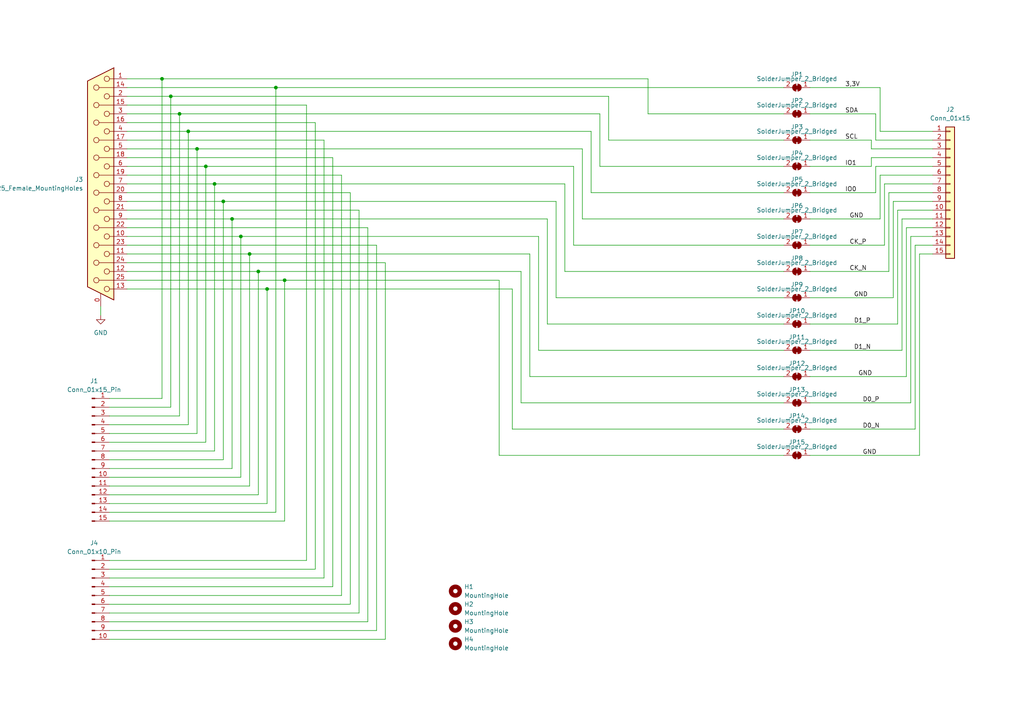
<source format=kicad_sch>
(kicad_sch
	(version 20231120)
	(generator "eeschema")
	(generator_version "8.0")
	(uuid "e63e39d7-6ac0-4ffd-8aa3-1841a4541b55")
	(paper "A4")
	(lib_symbols
		(symbol "Connector:Conn_01x10_Pin"
			(pin_names
				(offset 1.016) hide)
			(exclude_from_sim no)
			(in_bom yes)
			(on_board yes)
			(property "Reference" "J"
				(at 0 12.7 0)
				(effects
					(font
						(size 1.27 1.27)
					)
				)
			)
			(property "Value" "Conn_01x10_Pin"
				(at 0 -15.24 0)
				(effects
					(font
						(size 1.27 1.27)
					)
				)
			)
			(property "Footprint" ""
				(at 0 0 0)
				(effects
					(font
						(size 1.27 1.27)
					)
					(hide yes)
				)
			)
			(property "Datasheet" "~"
				(at 0 0 0)
				(effects
					(font
						(size 1.27 1.27)
					)
					(hide yes)
				)
			)
			(property "Description" "Generic connector, single row, 01x10, script generated"
				(at 0 0 0)
				(effects
					(font
						(size 1.27 1.27)
					)
					(hide yes)
				)
			)
			(property "ki_locked" ""
				(at 0 0 0)
				(effects
					(font
						(size 1.27 1.27)
					)
				)
			)
			(property "ki_keywords" "connector"
				(at 0 0 0)
				(effects
					(font
						(size 1.27 1.27)
					)
					(hide yes)
				)
			)
			(property "ki_fp_filters" "Connector*:*_1x??_*"
				(at 0 0 0)
				(effects
					(font
						(size 1.27 1.27)
					)
					(hide yes)
				)
			)
			(symbol "Conn_01x10_Pin_1_1"
				(polyline
					(pts
						(xy 1.27 -12.7) (xy 0.8636 -12.7)
					)
					(stroke
						(width 0.1524)
						(type default)
					)
					(fill
						(type none)
					)
				)
				(polyline
					(pts
						(xy 1.27 -10.16) (xy 0.8636 -10.16)
					)
					(stroke
						(width 0.1524)
						(type default)
					)
					(fill
						(type none)
					)
				)
				(polyline
					(pts
						(xy 1.27 -7.62) (xy 0.8636 -7.62)
					)
					(stroke
						(width 0.1524)
						(type default)
					)
					(fill
						(type none)
					)
				)
				(polyline
					(pts
						(xy 1.27 -5.08) (xy 0.8636 -5.08)
					)
					(stroke
						(width 0.1524)
						(type default)
					)
					(fill
						(type none)
					)
				)
				(polyline
					(pts
						(xy 1.27 -2.54) (xy 0.8636 -2.54)
					)
					(stroke
						(width 0.1524)
						(type default)
					)
					(fill
						(type none)
					)
				)
				(polyline
					(pts
						(xy 1.27 0) (xy 0.8636 0)
					)
					(stroke
						(width 0.1524)
						(type default)
					)
					(fill
						(type none)
					)
				)
				(polyline
					(pts
						(xy 1.27 2.54) (xy 0.8636 2.54)
					)
					(stroke
						(width 0.1524)
						(type default)
					)
					(fill
						(type none)
					)
				)
				(polyline
					(pts
						(xy 1.27 5.08) (xy 0.8636 5.08)
					)
					(stroke
						(width 0.1524)
						(type default)
					)
					(fill
						(type none)
					)
				)
				(polyline
					(pts
						(xy 1.27 7.62) (xy 0.8636 7.62)
					)
					(stroke
						(width 0.1524)
						(type default)
					)
					(fill
						(type none)
					)
				)
				(polyline
					(pts
						(xy 1.27 10.16) (xy 0.8636 10.16)
					)
					(stroke
						(width 0.1524)
						(type default)
					)
					(fill
						(type none)
					)
				)
				(rectangle
					(start 0.8636 -12.573)
					(end 0 -12.827)
					(stroke
						(width 0.1524)
						(type default)
					)
					(fill
						(type outline)
					)
				)
				(rectangle
					(start 0.8636 -10.033)
					(end 0 -10.287)
					(stroke
						(width 0.1524)
						(type default)
					)
					(fill
						(type outline)
					)
				)
				(rectangle
					(start 0.8636 -7.493)
					(end 0 -7.747)
					(stroke
						(width 0.1524)
						(type default)
					)
					(fill
						(type outline)
					)
				)
				(rectangle
					(start 0.8636 -4.953)
					(end 0 -5.207)
					(stroke
						(width 0.1524)
						(type default)
					)
					(fill
						(type outline)
					)
				)
				(rectangle
					(start 0.8636 -2.413)
					(end 0 -2.667)
					(stroke
						(width 0.1524)
						(type default)
					)
					(fill
						(type outline)
					)
				)
				(rectangle
					(start 0.8636 0.127)
					(end 0 -0.127)
					(stroke
						(width 0.1524)
						(type default)
					)
					(fill
						(type outline)
					)
				)
				(rectangle
					(start 0.8636 2.667)
					(end 0 2.413)
					(stroke
						(width 0.1524)
						(type default)
					)
					(fill
						(type outline)
					)
				)
				(rectangle
					(start 0.8636 5.207)
					(end 0 4.953)
					(stroke
						(width 0.1524)
						(type default)
					)
					(fill
						(type outline)
					)
				)
				(rectangle
					(start 0.8636 7.747)
					(end 0 7.493)
					(stroke
						(width 0.1524)
						(type default)
					)
					(fill
						(type outline)
					)
				)
				(rectangle
					(start 0.8636 10.287)
					(end 0 10.033)
					(stroke
						(width 0.1524)
						(type default)
					)
					(fill
						(type outline)
					)
				)
				(pin passive line
					(at 5.08 10.16 180)
					(length 3.81)
					(name "Pin_1"
						(effects
							(font
								(size 1.27 1.27)
							)
						)
					)
					(number "1"
						(effects
							(font
								(size 1.27 1.27)
							)
						)
					)
				)
				(pin passive line
					(at 5.08 -12.7 180)
					(length 3.81)
					(name "Pin_10"
						(effects
							(font
								(size 1.27 1.27)
							)
						)
					)
					(number "10"
						(effects
							(font
								(size 1.27 1.27)
							)
						)
					)
				)
				(pin passive line
					(at 5.08 7.62 180)
					(length 3.81)
					(name "Pin_2"
						(effects
							(font
								(size 1.27 1.27)
							)
						)
					)
					(number "2"
						(effects
							(font
								(size 1.27 1.27)
							)
						)
					)
				)
				(pin passive line
					(at 5.08 5.08 180)
					(length 3.81)
					(name "Pin_3"
						(effects
							(font
								(size 1.27 1.27)
							)
						)
					)
					(number "3"
						(effects
							(font
								(size 1.27 1.27)
							)
						)
					)
				)
				(pin passive line
					(at 5.08 2.54 180)
					(length 3.81)
					(name "Pin_4"
						(effects
							(font
								(size 1.27 1.27)
							)
						)
					)
					(number "4"
						(effects
							(font
								(size 1.27 1.27)
							)
						)
					)
				)
				(pin passive line
					(at 5.08 0 180)
					(length 3.81)
					(name "Pin_5"
						(effects
							(font
								(size 1.27 1.27)
							)
						)
					)
					(number "5"
						(effects
							(font
								(size 1.27 1.27)
							)
						)
					)
				)
				(pin passive line
					(at 5.08 -2.54 180)
					(length 3.81)
					(name "Pin_6"
						(effects
							(font
								(size 1.27 1.27)
							)
						)
					)
					(number "6"
						(effects
							(font
								(size 1.27 1.27)
							)
						)
					)
				)
				(pin passive line
					(at 5.08 -5.08 180)
					(length 3.81)
					(name "Pin_7"
						(effects
							(font
								(size 1.27 1.27)
							)
						)
					)
					(number "7"
						(effects
							(font
								(size 1.27 1.27)
							)
						)
					)
				)
				(pin passive line
					(at 5.08 -7.62 180)
					(length 3.81)
					(name "Pin_8"
						(effects
							(font
								(size 1.27 1.27)
							)
						)
					)
					(number "8"
						(effects
							(font
								(size 1.27 1.27)
							)
						)
					)
				)
				(pin passive line
					(at 5.08 -10.16 180)
					(length 3.81)
					(name "Pin_9"
						(effects
							(font
								(size 1.27 1.27)
							)
						)
					)
					(number "9"
						(effects
							(font
								(size 1.27 1.27)
							)
						)
					)
				)
			)
		)
		(symbol "Connector:Conn_01x15_Pin"
			(pin_names
				(offset 1.016) hide)
			(exclude_from_sim no)
			(in_bom yes)
			(on_board yes)
			(property "Reference" "J"
				(at 0 20.32 0)
				(effects
					(font
						(size 1.27 1.27)
					)
				)
			)
			(property "Value" "Conn_01x15_Pin"
				(at 0 -20.32 0)
				(effects
					(font
						(size 1.27 1.27)
					)
				)
			)
			(property "Footprint" ""
				(at 0 0 0)
				(effects
					(font
						(size 1.27 1.27)
					)
					(hide yes)
				)
			)
			(property "Datasheet" "~"
				(at 0 0 0)
				(effects
					(font
						(size 1.27 1.27)
					)
					(hide yes)
				)
			)
			(property "Description" "Generic connector, single row, 01x15, script generated"
				(at 0 0 0)
				(effects
					(font
						(size 1.27 1.27)
					)
					(hide yes)
				)
			)
			(property "ki_locked" ""
				(at 0 0 0)
				(effects
					(font
						(size 1.27 1.27)
					)
				)
			)
			(property "ki_keywords" "connector"
				(at 0 0 0)
				(effects
					(font
						(size 1.27 1.27)
					)
					(hide yes)
				)
			)
			(property "ki_fp_filters" "Connector*:*_1x??_*"
				(at 0 0 0)
				(effects
					(font
						(size 1.27 1.27)
					)
					(hide yes)
				)
			)
			(symbol "Conn_01x15_Pin_1_1"
				(polyline
					(pts
						(xy 1.27 -17.78) (xy 0.8636 -17.78)
					)
					(stroke
						(width 0.1524)
						(type default)
					)
					(fill
						(type none)
					)
				)
				(polyline
					(pts
						(xy 1.27 -15.24) (xy 0.8636 -15.24)
					)
					(stroke
						(width 0.1524)
						(type default)
					)
					(fill
						(type none)
					)
				)
				(polyline
					(pts
						(xy 1.27 -12.7) (xy 0.8636 -12.7)
					)
					(stroke
						(width 0.1524)
						(type default)
					)
					(fill
						(type none)
					)
				)
				(polyline
					(pts
						(xy 1.27 -10.16) (xy 0.8636 -10.16)
					)
					(stroke
						(width 0.1524)
						(type default)
					)
					(fill
						(type none)
					)
				)
				(polyline
					(pts
						(xy 1.27 -7.62) (xy 0.8636 -7.62)
					)
					(stroke
						(width 0.1524)
						(type default)
					)
					(fill
						(type none)
					)
				)
				(polyline
					(pts
						(xy 1.27 -5.08) (xy 0.8636 -5.08)
					)
					(stroke
						(width 0.1524)
						(type default)
					)
					(fill
						(type none)
					)
				)
				(polyline
					(pts
						(xy 1.27 -2.54) (xy 0.8636 -2.54)
					)
					(stroke
						(width 0.1524)
						(type default)
					)
					(fill
						(type none)
					)
				)
				(polyline
					(pts
						(xy 1.27 0) (xy 0.8636 0)
					)
					(stroke
						(width 0.1524)
						(type default)
					)
					(fill
						(type none)
					)
				)
				(polyline
					(pts
						(xy 1.27 2.54) (xy 0.8636 2.54)
					)
					(stroke
						(width 0.1524)
						(type default)
					)
					(fill
						(type none)
					)
				)
				(polyline
					(pts
						(xy 1.27 5.08) (xy 0.8636 5.08)
					)
					(stroke
						(width 0.1524)
						(type default)
					)
					(fill
						(type none)
					)
				)
				(polyline
					(pts
						(xy 1.27 7.62) (xy 0.8636 7.62)
					)
					(stroke
						(width 0.1524)
						(type default)
					)
					(fill
						(type none)
					)
				)
				(polyline
					(pts
						(xy 1.27 10.16) (xy 0.8636 10.16)
					)
					(stroke
						(width 0.1524)
						(type default)
					)
					(fill
						(type none)
					)
				)
				(polyline
					(pts
						(xy 1.27 12.7) (xy 0.8636 12.7)
					)
					(stroke
						(width 0.1524)
						(type default)
					)
					(fill
						(type none)
					)
				)
				(polyline
					(pts
						(xy 1.27 15.24) (xy 0.8636 15.24)
					)
					(stroke
						(width 0.1524)
						(type default)
					)
					(fill
						(type none)
					)
				)
				(polyline
					(pts
						(xy 1.27 17.78) (xy 0.8636 17.78)
					)
					(stroke
						(width 0.1524)
						(type default)
					)
					(fill
						(type none)
					)
				)
				(rectangle
					(start 0.8636 -17.653)
					(end 0 -17.907)
					(stroke
						(width 0.1524)
						(type default)
					)
					(fill
						(type outline)
					)
				)
				(rectangle
					(start 0.8636 -15.113)
					(end 0 -15.367)
					(stroke
						(width 0.1524)
						(type default)
					)
					(fill
						(type outline)
					)
				)
				(rectangle
					(start 0.8636 -12.573)
					(end 0 -12.827)
					(stroke
						(width 0.1524)
						(type default)
					)
					(fill
						(type outline)
					)
				)
				(rectangle
					(start 0.8636 -10.033)
					(end 0 -10.287)
					(stroke
						(width 0.1524)
						(type default)
					)
					(fill
						(type outline)
					)
				)
				(rectangle
					(start 0.8636 -7.493)
					(end 0 -7.747)
					(stroke
						(width 0.1524)
						(type default)
					)
					(fill
						(type outline)
					)
				)
				(rectangle
					(start 0.8636 -4.953)
					(end 0 -5.207)
					(stroke
						(width 0.1524)
						(type default)
					)
					(fill
						(type outline)
					)
				)
				(rectangle
					(start 0.8636 -2.413)
					(end 0 -2.667)
					(stroke
						(width 0.1524)
						(type default)
					)
					(fill
						(type outline)
					)
				)
				(rectangle
					(start 0.8636 0.127)
					(end 0 -0.127)
					(stroke
						(width 0.1524)
						(type default)
					)
					(fill
						(type outline)
					)
				)
				(rectangle
					(start 0.8636 2.667)
					(end 0 2.413)
					(stroke
						(width 0.1524)
						(type default)
					)
					(fill
						(type outline)
					)
				)
				(rectangle
					(start 0.8636 5.207)
					(end 0 4.953)
					(stroke
						(width 0.1524)
						(type default)
					)
					(fill
						(type outline)
					)
				)
				(rectangle
					(start 0.8636 7.747)
					(end 0 7.493)
					(stroke
						(width 0.1524)
						(type default)
					)
					(fill
						(type outline)
					)
				)
				(rectangle
					(start 0.8636 10.287)
					(end 0 10.033)
					(stroke
						(width 0.1524)
						(type default)
					)
					(fill
						(type outline)
					)
				)
				(rectangle
					(start 0.8636 12.827)
					(end 0 12.573)
					(stroke
						(width 0.1524)
						(type default)
					)
					(fill
						(type outline)
					)
				)
				(rectangle
					(start 0.8636 15.367)
					(end 0 15.113)
					(stroke
						(width 0.1524)
						(type default)
					)
					(fill
						(type outline)
					)
				)
				(rectangle
					(start 0.8636 17.907)
					(end 0 17.653)
					(stroke
						(width 0.1524)
						(type default)
					)
					(fill
						(type outline)
					)
				)
				(pin passive line
					(at 5.08 17.78 180)
					(length 3.81)
					(name "Pin_1"
						(effects
							(font
								(size 1.27 1.27)
							)
						)
					)
					(number "1"
						(effects
							(font
								(size 1.27 1.27)
							)
						)
					)
				)
				(pin passive line
					(at 5.08 -5.08 180)
					(length 3.81)
					(name "Pin_10"
						(effects
							(font
								(size 1.27 1.27)
							)
						)
					)
					(number "10"
						(effects
							(font
								(size 1.27 1.27)
							)
						)
					)
				)
				(pin passive line
					(at 5.08 -7.62 180)
					(length 3.81)
					(name "Pin_11"
						(effects
							(font
								(size 1.27 1.27)
							)
						)
					)
					(number "11"
						(effects
							(font
								(size 1.27 1.27)
							)
						)
					)
				)
				(pin passive line
					(at 5.08 -10.16 180)
					(length 3.81)
					(name "Pin_12"
						(effects
							(font
								(size 1.27 1.27)
							)
						)
					)
					(number "12"
						(effects
							(font
								(size 1.27 1.27)
							)
						)
					)
				)
				(pin passive line
					(at 5.08 -12.7 180)
					(length 3.81)
					(name "Pin_13"
						(effects
							(font
								(size 1.27 1.27)
							)
						)
					)
					(number "13"
						(effects
							(font
								(size 1.27 1.27)
							)
						)
					)
				)
				(pin passive line
					(at 5.08 -15.24 180)
					(length 3.81)
					(name "Pin_14"
						(effects
							(font
								(size 1.27 1.27)
							)
						)
					)
					(number "14"
						(effects
							(font
								(size 1.27 1.27)
							)
						)
					)
				)
				(pin passive line
					(at 5.08 -17.78 180)
					(length 3.81)
					(name "Pin_15"
						(effects
							(font
								(size 1.27 1.27)
							)
						)
					)
					(number "15"
						(effects
							(font
								(size 1.27 1.27)
							)
						)
					)
				)
				(pin passive line
					(at 5.08 15.24 180)
					(length 3.81)
					(name "Pin_2"
						(effects
							(font
								(size 1.27 1.27)
							)
						)
					)
					(number "2"
						(effects
							(font
								(size 1.27 1.27)
							)
						)
					)
				)
				(pin passive line
					(at 5.08 12.7 180)
					(length 3.81)
					(name "Pin_3"
						(effects
							(font
								(size 1.27 1.27)
							)
						)
					)
					(number "3"
						(effects
							(font
								(size 1.27 1.27)
							)
						)
					)
				)
				(pin passive line
					(at 5.08 10.16 180)
					(length 3.81)
					(name "Pin_4"
						(effects
							(font
								(size 1.27 1.27)
							)
						)
					)
					(number "4"
						(effects
							(font
								(size 1.27 1.27)
							)
						)
					)
				)
				(pin passive line
					(at 5.08 7.62 180)
					(length 3.81)
					(name "Pin_5"
						(effects
							(font
								(size 1.27 1.27)
							)
						)
					)
					(number "5"
						(effects
							(font
								(size 1.27 1.27)
							)
						)
					)
				)
				(pin passive line
					(at 5.08 5.08 180)
					(length 3.81)
					(name "Pin_6"
						(effects
							(font
								(size 1.27 1.27)
							)
						)
					)
					(number "6"
						(effects
							(font
								(size 1.27 1.27)
							)
						)
					)
				)
				(pin passive line
					(at 5.08 2.54 180)
					(length 3.81)
					(name "Pin_7"
						(effects
							(font
								(size 1.27 1.27)
							)
						)
					)
					(number "7"
						(effects
							(font
								(size 1.27 1.27)
							)
						)
					)
				)
				(pin passive line
					(at 5.08 0 180)
					(length 3.81)
					(name "Pin_8"
						(effects
							(font
								(size 1.27 1.27)
							)
						)
					)
					(number "8"
						(effects
							(font
								(size 1.27 1.27)
							)
						)
					)
				)
				(pin passive line
					(at 5.08 -2.54 180)
					(length 3.81)
					(name "Pin_9"
						(effects
							(font
								(size 1.27 1.27)
							)
						)
					)
					(number "9"
						(effects
							(font
								(size 1.27 1.27)
							)
						)
					)
				)
			)
		)
		(symbol "Connector:DB25_Female_MountingHoles"
			(pin_names
				(offset 1.016) hide)
			(exclude_from_sim no)
			(in_bom yes)
			(on_board yes)
			(property "Reference" "J"
				(at 0 36.83 0)
				(effects
					(font
						(size 1.27 1.27)
					)
				)
			)
			(property "Value" "DB25_Female_MountingHoles"
				(at 0 34.925 0)
				(effects
					(font
						(size 1.27 1.27)
					)
				)
			)
			(property "Footprint" ""
				(at 0 0 0)
				(effects
					(font
						(size 1.27 1.27)
					)
					(hide yes)
				)
			)
			(property "Datasheet" " ~"
				(at 0 0 0)
				(effects
					(font
						(size 1.27 1.27)
					)
					(hide yes)
				)
			)
			(property "Description" "25-pin female D-SUB connector, Mounting Hole"
				(at 0 0 0)
				(effects
					(font
						(size 1.27 1.27)
					)
					(hide yes)
				)
			)
			(property "ki_keywords" "female D-SUB connector"
				(at 0 0 0)
				(effects
					(font
						(size 1.27 1.27)
					)
					(hide yes)
				)
			)
			(property "ki_fp_filters" "DSUB*Female*"
				(at 0 0 0)
				(effects
					(font
						(size 1.27 1.27)
					)
					(hide yes)
				)
			)
			(symbol "DB25_Female_MountingHoles_0_1"
				(circle
					(center -1.778 -30.48)
					(radius 0.762)
					(stroke
						(width 0)
						(type default)
					)
					(fill
						(type none)
					)
				)
				(circle
					(center -1.778 -25.4)
					(radius 0.762)
					(stroke
						(width 0)
						(type default)
					)
					(fill
						(type none)
					)
				)
				(circle
					(center -1.778 -20.32)
					(radius 0.762)
					(stroke
						(width 0)
						(type default)
					)
					(fill
						(type none)
					)
				)
				(circle
					(center -1.778 -15.24)
					(radius 0.762)
					(stroke
						(width 0)
						(type default)
					)
					(fill
						(type none)
					)
				)
				(circle
					(center -1.778 -10.16)
					(radius 0.762)
					(stroke
						(width 0)
						(type default)
					)
					(fill
						(type none)
					)
				)
				(circle
					(center -1.778 -5.08)
					(radius 0.762)
					(stroke
						(width 0)
						(type default)
					)
					(fill
						(type none)
					)
				)
				(circle
					(center -1.778 0)
					(radius 0.762)
					(stroke
						(width 0)
						(type default)
					)
					(fill
						(type none)
					)
				)
				(circle
					(center -1.778 5.08)
					(radius 0.762)
					(stroke
						(width 0)
						(type default)
					)
					(fill
						(type none)
					)
				)
				(circle
					(center -1.778 10.16)
					(radius 0.762)
					(stroke
						(width 0)
						(type default)
					)
					(fill
						(type none)
					)
				)
				(circle
					(center -1.778 15.24)
					(radius 0.762)
					(stroke
						(width 0)
						(type default)
					)
					(fill
						(type none)
					)
				)
				(circle
					(center -1.778 20.32)
					(radius 0.762)
					(stroke
						(width 0)
						(type default)
					)
					(fill
						(type none)
					)
				)
				(circle
					(center -1.778 25.4)
					(radius 0.762)
					(stroke
						(width 0)
						(type default)
					)
					(fill
						(type none)
					)
				)
				(circle
					(center -1.778 30.48)
					(radius 0.762)
					(stroke
						(width 0)
						(type default)
					)
					(fill
						(type none)
					)
				)
				(polyline
					(pts
						(xy -3.81 -30.48) (xy -2.54 -30.48)
					)
					(stroke
						(width 0)
						(type default)
					)
					(fill
						(type none)
					)
				)
				(polyline
					(pts
						(xy -3.81 -27.94) (xy 0.508 -27.94)
					)
					(stroke
						(width 0)
						(type default)
					)
					(fill
						(type none)
					)
				)
				(polyline
					(pts
						(xy -3.81 -25.4) (xy -2.54 -25.4)
					)
					(stroke
						(width 0)
						(type default)
					)
					(fill
						(type none)
					)
				)
				(polyline
					(pts
						(xy -3.81 -22.86) (xy 0.508 -22.86)
					)
					(stroke
						(width 0)
						(type default)
					)
					(fill
						(type none)
					)
				)
				(polyline
					(pts
						(xy -3.81 -20.32) (xy -2.54 -20.32)
					)
					(stroke
						(width 0)
						(type default)
					)
					(fill
						(type none)
					)
				)
				(polyline
					(pts
						(xy -3.81 -17.78) (xy 0.508 -17.78)
					)
					(stroke
						(width 0)
						(type default)
					)
					(fill
						(type none)
					)
				)
				(polyline
					(pts
						(xy -3.81 -15.24) (xy -2.54 -15.24)
					)
					(stroke
						(width 0)
						(type default)
					)
					(fill
						(type none)
					)
				)
				(polyline
					(pts
						(xy -3.81 -12.7) (xy 0.508 -12.7)
					)
					(stroke
						(width 0)
						(type default)
					)
					(fill
						(type none)
					)
				)
				(polyline
					(pts
						(xy -3.81 -10.16) (xy -2.54 -10.16)
					)
					(stroke
						(width 0)
						(type default)
					)
					(fill
						(type none)
					)
				)
				(polyline
					(pts
						(xy -3.81 -7.62) (xy 0.508 -7.62)
					)
					(stroke
						(width 0)
						(type default)
					)
					(fill
						(type none)
					)
				)
				(polyline
					(pts
						(xy -3.81 -5.08) (xy -2.54 -5.08)
					)
					(stroke
						(width 0)
						(type default)
					)
					(fill
						(type none)
					)
				)
				(polyline
					(pts
						(xy -3.81 -2.54) (xy 0.508 -2.54)
					)
					(stroke
						(width 0)
						(type default)
					)
					(fill
						(type none)
					)
				)
				(polyline
					(pts
						(xy -3.81 0) (xy -2.54 0)
					)
					(stroke
						(width 0)
						(type default)
					)
					(fill
						(type none)
					)
				)
				(polyline
					(pts
						(xy -3.81 2.54) (xy 0.508 2.54)
					)
					(stroke
						(width 0)
						(type default)
					)
					(fill
						(type none)
					)
				)
				(polyline
					(pts
						(xy -3.81 5.08) (xy -2.54 5.08)
					)
					(stroke
						(width 0)
						(type default)
					)
					(fill
						(type none)
					)
				)
				(polyline
					(pts
						(xy -3.81 7.62) (xy 0.508 7.62)
					)
					(stroke
						(width 0)
						(type default)
					)
					(fill
						(type none)
					)
				)
				(polyline
					(pts
						(xy -3.81 10.16) (xy -2.54 10.16)
					)
					(stroke
						(width 0)
						(type default)
					)
					(fill
						(type none)
					)
				)
				(polyline
					(pts
						(xy -3.81 12.7) (xy 0.508 12.7)
					)
					(stroke
						(width 0)
						(type default)
					)
					(fill
						(type none)
					)
				)
				(polyline
					(pts
						(xy -3.81 15.24) (xy -2.54 15.24)
					)
					(stroke
						(width 0)
						(type default)
					)
					(fill
						(type none)
					)
				)
				(polyline
					(pts
						(xy -3.81 17.78) (xy 0.508 17.78)
					)
					(stroke
						(width 0)
						(type default)
					)
					(fill
						(type none)
					)
				)
				(polyline
					(pts
						(xy -3.81 20.32) (xy -2.54 20.32)
					)
					(stroke
						(width 0)
						(type default)
					)
					(fill
						(type none)
					)
				)
				(polyline
					(pts
						(xy -3.81 22.86) (xy 0.508 22.86)
					)
					(stroke
						(width 0)
						(type default)
					)
					(fill
						(type none)
					)
				)
				(polyline
					(pts
						(xy -3.81 25.4) (xy -2.54 25.4)
					)
					(stroke
						(width 0)
						(type default)
					)
					(fill
						(type none)
					)
				)
				(polyline
					(pts
						(xy -3.81 27.94) (xy 0.508 27.94)
					)
					(stroke
						(width 0)
						(type default)
					)
					(fill
						(type none)
					)
				)
				(polyline
					(pts
						(xy -3.81 30.48) (xy -2.54 30.48)
					)
					(stroke
						(width 0)
						(type default)
					)
					(fill
						(type none)
					)
				)
				(polyline
					(pts
						(xy -3.81 33.655) (xy 3.81 29.845) (xy 3.81 -29.845) (xy -3.81 -33.655) (xy -3.81 33.655)
					)
					(stroke
						(width 0.254)
						(type default)
					)
					(fill
						(type background)
					)
				)
				(circle
					(center 1.27 -27.94)
					(radius 0.762)
					(stroke
						(width 0)
						(type default)
					)
					(fill
						(type none)
					)
				)
				(circle
					(center 1.27 -22.86)
					(radius 0.762)
					(stroke
						(width 0)
						(type default)
					)
					(fill
						(type none)
					)
				)
				(circle
					(center 1.27 -17.78)
					(radius 0.762)
					(stroke
						(width 0)
						(type default)
					)
					(fill
						(type none)
					)
				)
				(circle
					(center 1.27 -12.7)
					(radius 0.762)
					(stroke
						(width 0)
						(type default)
					)
					(fill
						(type none)
					)
				)
				(circle
					(center 1.27 -7.62)
					(radius 0.762)
					(stroke
						(width 0)
						(type default)
					)
					(fill
						(type none)
					)
				)
				(circle
					(center 1.27 -2.54)
					(radius 0.762)
					(stroke
						(width 0)
						(type default)
					)
					(fill
						(type none)
					)
				)
				(circle
					(center 1.27 2.54)
					(radius 0.762)
					(stroke
						(width 0)
						(type default)
					)
					(fill
						(type none)
					)
				)
				(circle
					(center 1.27 7.62)
					(radius 0.762)
					(stroke
						(width 0)
						(type default)
					)
					(fill
						(type none)
					)
				)
				(circle
					(center 1.27 12.7)
					(radius 0.762)
					(stroke
						(width 0)
						(type default)
					)
					(fill
						(type none)
					)
				)
				(circle
					(center 1.27 17.78)
					(radius 0.762)
					(stroke
						(width 0)
						(type default)
					)
					(fill
						(type none)
					)
				)
				(circle
					(center 1.27 22.86)
					(radius 0.762)
					(stroke
						(width 0)
						(type default)
					)
					(fill
						(type none)
					)
				)
				(circle
					(center 1.27 27.94)
					(radius 0.762)
					(stroke
						(width 0)
						(type default)
					)
					(fill
						(type none)
					)
				)
			)
			(symbol "DB25_Female_MountingHoles_1_1"
				(pin passive line
					(at 0 -35.56 90)
					(length 3.81)
					(name "PAD"
						(effects
							(font
								(size 1.27 1.27)
							)
						)
					)
					(number "0"
						(effects
							(font
								(size 1.27 1.27)
							)
						)
					)
				)
				(pin passive line
					(at -7.62 30.48 0)
					(length 3.81)
					(name "1"
						(effects
							(font
								(size 1.27 1.27)
							)
						)
					)
					(number "1"
						(effects
							(font
								(size 1.27 1.27)
							)
						)
					)
				)
				(pin passive line
					(at -7.62 -15.24 0)
					(length 3.81)
					(name "10"
						(effects
							(font
								(size 1.27 1.27)
							)
						)
					)
					(number "10"
						(effects
							(font
								(size 1.27 1.27)
							)
						)
					)
				)
				(pin passive line
					(at -7.62 -20.32 0)
					(length 3.81)
					(name "11"
						(effects
							(font
								(size 1.27 1.27)
							)
						)
					)
					(number "11"
						(effects
							(font
								(size 1.27 1.27)
							)
						)
					)
				)
				(pin passive line
					(at -7.62 -25.4 0)
					(length 3.81)
					(name "12"
						(effects
							(font
								(size 1.27 1.27)
							)
						)
					)
					(number "12"
						(effects
							(font
								(size 1.27 1.27)
							)
						)
					)
				)
				(pin passive line
					(at -7.62 -30.48 0)
					(length 3.81)
					(name "13"
						(effects
							(font
								(size 1.27 1.27)
							)
						)
					)
					(number "13"
						(effects
							(font
								(size 1.27 1.27)
							)
						)
					)
				)
				(pin passive line
					(at -7.62 27.94 0)
					(length 3.81)
					(name "P14"
						(effects
							(font
								(size 1.27 1.27)
							)
						)
					)
					(number "14"
						(effects
							(font
								(size 1.27 1.27)
							)
						)
					)
				)
				(pin passive line
					(at -7.62 22.86 0)
					(length 3.81)
					(name "P15"
						(effects
							(font
								(size 1.27 1.27)
							)
						)
					)
					(number "15"
						(effects
							(font
								(size 1.27 1.27)
							)
						)
					)
				)
				(pin passive line
					(at -7.62 17.78 0)
					(length 3.81)
					(name "P16"
						(effects
							(font
								(size 1.27 1.27)
							)
						)
					)
					(number "16"
						(effects
							(font
								(size 1.27 1.27)
							)
						)
					)
				)
				(pin passive line
					(at -7.62 12.7 0)
					(length 3.81)
					(name "P17"
						(effects
							(font
								(size 1.27 1.27)
							)
						)
					)
					(number "17"
						(effects
							(font
								(size 1.27 1.27)
							)
						)
					)
				)
				(pin passive line
					(at -7.62 7.62 0)
					(length 3.81)
					(name "P18"
						(effects
							(font
								(size 1.27 1.27)
							)
						)
					)
					(number "18"
						(effects
							(font
								(size 1.27 1.27)
							)
						)
					)
				)
				(pin passive line
					(at -7.62 2.54 0)
					(length 3.81)
					(name "P19"
						(effects
							(font
								(size 1.27 1.27)
							)
						)
					)
					(number "19"
						(effects
							(font
								(size 1.27 1.27)
							)
						)
					)
				)
				(pin passive line
					(at -7.62 25.4 0)
					(length 3.81)
					(name "2"
						(effects
							(font
								(size 1.27 1.27)
							)
						)
					)
					(number "2"
						(effects
							(font
								(size 1.27 1.27)
							)
						)
					)
				)
				(pin passive line
					(at -7.62 -2.54 0)
					(length 3.81)
					(name "P20"
						(effects
							(font
								(size 1.27 1.27)
							)
						)
					)
					(number "20"
						(effects
							(font
								(size 1.27 1.27)
							)
						)
					)
				)
				(pin passive line
					(at -7.62 -7.62 0)
					(length 3.81)
					(name "P21"
						(effects
							(font
								(size 1.27 1.27)
							)
						)
					)
					(number "21"
						(effects
							(font
								(size 1.27 1.27)
							)
						)
					)
				)
				(pin passive line
					(at -7.62 -12.7 0)
					(length 3.81)
					(name "P22"
						(effects
							(font
								(size 1.27 1.27)
							)
						)
					)
					(number "22"
						(effects
							(font
								(size 1.27 1.27)
							)
						)
					)
				)
				(pin passive line
					(at -7.62 -17.78 0)
					(length 3.81)
					(name "P23"
						(effects
							(font
								(size 1.27 1.27)
							)
						)
					)
					(number "23"
						(effects
							(font
								(size 1.27 1.27)
							)
						)
					)
				)
				(pin passive line
					(at -7.62 -22.86 0)
					(length 3.81)
					(name "P24"
						(effects
							(font
								(size 1.27 1.27)
							)
						)
					)
					(number "24"
						(effects
							(font
								(size 1.27 1.27)
							)
						)
					)
				)
				(pin passive line
					(at -7.62 -27.94 0)
					(length 3.81)
					(name "P25"
						(effects
							(font
								(size 1.27 1.27)
							)
						)
					)
					(number "25"
						(effects
							(font
								(size 1.27 1.27)
							)
						)
					)
				)
				(pin passive line
					(at -7.62 20.32 0)
					(length 3.81)
					(name "3"
						(effects
							(font
								(size 1.27 1.27)
							)
						)
					)
					(number "3"
						(effects
							(font
								(size 1.27 1.27)
							)
						)
					)
				)
				(pin passive line
					(at -7.62 15.24 0)
					(length 3.81)
					(name "4"
						(effects
							(font
								(size 1.27 1.27)
							)
						)
					)
					(number "4"
						(effects
							(font
								(size 1.27 1.27)
							)
						)
					)
				)
				(pin passive line
					(at -7.62 10.16 0)
					(length 3.81)
					(name "5"
						(effects
							(font
								(size 1.27 1.27)
							)
						)
					)
					(number "5"
						(effects
							(font
								(size 1.27 1.27)
							)
						)
					)
				)
				(pin passive line
					(at -7.62 5.08 0)
					(length 3.81)
					(name "6"
						(effects
							(font
								(size 1.27 1.27)
							)
						)
					)
					(number "6"
						(effects
							(font
								(size 1.27 1.27)
							)
						)
					)
				)
				(pin passive line
					(at -7.62 0 0)
					(length 3.81)
					(name "7"
						(effects
							(font
								(size 1.27 1.27)
							)
						)
					)
					(number "7"
						(effects
							(font
								(size 1.27 1.27)
							)
						)
					)
				)
				(pin passive line
					(at -7.62 -5.08 0)
					(length 3.81)
					(name "8"
						(effects
							(font
								(size 1.27 1.27)
							)
						)
					)
					(number "8"
						(effects
							(font
								(size 1.27 1.27)
							)
						)
					)
				)
				(pin passive line
					(at -7.62 -10.16 0)
					(length 3.81)
					(name "9"
						(effects
							(font
								(size 1.27 1.27)
							)
						)
					)
					(number "9"
						(effects
							(font
								(size 1.27 1.27)
							)
						)
					)
				)
			)
		)
		(symbol "Connector_Generic:Conn_01x15"
			(pin_names
				(offset 1.016) hide)
			(exclude_from_sim no)
			(in_bom yes)
			(on_board yes)
			(property "Reference" "J"
				(at 0 20.32 0)
				(effects
					(font
						(size 1.27 1.27)
					)
				)
			)
			(property "Value" "Conn_01x15"
				(at 0 -20.32 0)
				(effects
					(font
						(size 1.27 1.27)
					)
				)
			)
			(property "Footprint" ""
				(at 0 0 0)
				(effects
					(font
						(size 1.27 1.27)
					)
					(hide yes)
				)
			)
			(property "Datasheet" "~"
				(at 0 0 0)
				(effects
					(font
						(size 1.27 1.27)
					)
					(hide yes)
				)
			)
			(property "Description" "Generic connector, single row, 01x15, script generated (kicad-library-utils/schlib/autogen/connector/)"
				(at 0 0 0)
				(effects
					(font
						(size 1.27 1.27)
					)
					(hide yes)
				)
			)
			(property "ki_keywords" "connector"
				(at 0 0 0)
				(effects
					(font
						(size 1.27 1.27)
					)
					(hide yes)
				)
			)
			(property "ki_fp_filters" "Connector*:*_1x??_*"
				(at 0 0 0)
				(effects
					(font
						(size 1.27 1.27)
					)
					(hide yes)
				)
			)
			(symbol "Conn_01x15_1_1"
				(rectangle
					(start -1.27 -17.653)
					(end 0 -17.907)
					(stroke
						(width 0.1524)
						(type default)
					)
					(fill
						(type none)
					)
				)
				(rectangle
					(start -1.27 -15.113)
					(end 0 -15.367)
					(stroke
						(width 0.1524)
						(type default)
					)
					(fill
						(type none)
					)
				)
				(rectangle
					(start -1.27 -12.573)
					(end 0 -12.827)
					(stroke
						(width 0.1524)
						(type default)
					)
					(fill
						(type none)
					)
				)
				(rectangle
					(start -1.27 -10.033)
					(end 0 -10.287)
					(stroke
						(width 0.1524)
						(type default)
					)
					(fill
						(type none)
					)
				)
				(rectangle
					(start -1.27 -7.493)
					(end 0 -7.747)
					(stroke
						(width 0.1524)
						(type default)
					)
					(fill
						(type none)
					)
				)
				(rectangle
					(start -1.27 -4.953)
					(end 0 -5.207)
					(stroke
						(width 0.1524)
						(type default)
					)
					(fill
						(type none)
					)
				)
				(rectangle
					(start -1.27 -2.413)
					(end 0 -2.667)
					(stroke
						(width 0.1524)
						(type default)
					)
					(fill
						(type none)
					)
				)
				(rectangle
					(start -1.27 0.127)
					(end 0 -0.127)
					(stroke
						(width 0.1524)
						(type default)
					)
					(fill
						(type none)
					)
				)
				(rectangle
					(start -1.27 2.667)
					(end 0 2.413)
					(stroke
						(width 0.1524)
						(type default)
					)
					(fill
						(type none)
					)
				)
				(rectangle
					(start -1.27 5.207)
					(end 0 4.953)
					(stroke
						(width 0.1524)
						(type default)
					)
					(fill
						(type none)
					)
				)
				(rectangle
					(start -1.27 7.747)
					(end 0 7.493)
					(stroke
						(width 0.1524)
						(type default)
					)
					(fill
						(type none)
					)
				)
				(rectangle
					(start -1.27 10.287)
					(end 0 10.033)
					(stroke
						(width 0.1524)
						(type default)
					)
					(fill
						(type none)
					)
				)
				(rectangle
					(start -1.27 12.827)
					(end 0 12.573)
					(stroke
						(width 0.1524)
						(type default)
					)
					(fill
						(type none)
					)
				)
				(rectangle
					(start -1.27 15.367)
					(end 0 15.113)
					(stroke
						(width 0.1524)
						(type default)
					)
					(fill
						(type none)
					)
				)
				(rectangle
					(start -1.27 17.907)
					(end 0 17.653)
					(stroke
						(width 0.1524)
						(type default)
					)
					(fill
						(type none)
					)
				)
				(rectangle
					(start -1.27 19.05)
					(end 1.27 -19.05)
					(stroke
						(width 0.254)
						(type default)
					)
					(fill
						(type background)
					)
				)
				(pin passive line
					(at -5.08 17.78 0)
					(length 3.81)
					(name "Pin_1"
						(effects
							(font
								(size 1.27 1.27)
							)
						)
					)
					(number "1"
						(effects
							(font
								(size 1.27 1.27)
							)
						)
					)
				)
				(pin passive line
					(at -5.08 -5.08 0)
					(length 3.81)
					(name "Pin_10"
						(effects
							(font
								(size 1.27 1.27)
							)
						)
					)
					(number "10"
						(effects
							(font
								(size 1.27 1.27)
							)
						)
					)
				)
				(pin passive line
					(at -5.08 -7.62 0)
					(length 3.81)
					(name "Pin_11"
						(effects
							(font
								(size 1.27 1.27)
							)
						)
					)
					(number "11"
						(effects
							(font
								(size 1.27 1.27)
							)
						)
					)
				)
				(pin passive line
					(at -5.08 -10.16 0)
					(length 3.81)
					(name "Pin_12"
						(effects
							(font
								(size 1.27 1.27)
							)
						)
					)
					(number "12"
						(effects
							(font
								(size 1.27 1.27)
							)
						)
					)
				)
				(pin passive line
					(at -5.08 -12.7 0)
					(length 3.81)
					(name "Pin_13"
						(effects
							(font
								(size 1.27 1.27)
							)
						)
					)
					(number "13"
						(effects
							(font
								(size 1.27 1.27)
							)
						)
					)
				)
				(pin passive line
					(at -5.08 -15.24 0)
					(length 3.81)
					(name "Pin_14"
						(effects
							(font
								(size 1.27 1.27)
							)
						)
					)
					(number "14"
						(effects
							(font
								(size 1.27 1.27)
							)
						)
					)
				)
				(pin passive line
					(at -5.08 -17.78 0)
					(length 3.81)
					(name "Pin_15"
						(effects
							(font
								(size 1.27 1.27)
							)
						)
					)
					(number "15"
						(effects
							(font
								(size 1.27 1.27)
							)
						)
					)
				)
				(pin passive line
					(at -5.08 15.24 0)
					(length 3.81)
					(name "Pin_2"
						(effects
							(font
								(size 1.27 1.27)
							)
						)
					)
					(number "2"
						(effects
							(font
								(size 1.27 1.27)
							)
						)
					)
				)
				(pin passive line
					(at -5.08 12.7 0)
					(length 3.81)
					(name "Pin_3"
						(effects
							(font
								(size 1.27 1.27)
							)
						)
					)
					(number "3"
						(effects
							(font
								(size 1.27 1.27)
							)
						)
					)
				)
				(pin passive line
					(at -5.08 10.16 0)
					(length 3.81)
					(name "Pin_4"
						(effects
							(font
								(size 1.27 1.27)
							)
						)
					)
					(number "4"
						(effects
							(font
								(size 1.27 1.27)
							)
						)
					)
				)
				(pin passive line
					(at -5.08 7.62 0)
					(length 3.81)
					(name "Pin_5"
						(effects
							(font
								(size 1.27 1.27)
							)
						)
					)
					(number "5"
						(effects
							(font
								(size 1.27 1.27)
							)
						)
					)
				)
				(pin passive line
					(at -5.08 5.08 0)
					(length 3.81)
					(name "Pin_6"
						(effects
							(font
								(size 1.27 1.27)
							)
						)
					)
					(number "6"
						(effects
							(font
								(size 1.27 1.27)
							)
						)
					)
				)
				(pin passive line
					(at -5.08 2.54 0)
					(length 3.81)
					(name "Pin_7"
						(effects
							(font
								(size 1.27 1.27)
							)
						)
					)
					(number "7"
						(effects
							(font
								(size 1.27 1.27)
							)
						)
					)
				)
				(pin passive line
					(at -5.08 0 0)
					(length 3.81)
					(name "Pin_8"
						(effects
							(font
								(size 1.27 1.27)
							)
						)
					)
					(number "8"
						(effects
							(font
								(size 1.27 1.27)
							)
						)
					)
				)
				(pin passive line
					(at -5.08 -2.54 0)
					(length 3.81)
					(name "Pin_9"
						(effects
							(font
								(size 1.27 1.27)
							)
						)
					)
					(number "9"
						(effects
							(font
								(size 1.27 1.27)
							)
						)
					)
				)
			)
		)
		(symbol "Jumper:SolderJumper_2_Bridged"
			(pin_names
				(offset 0) hide)
			(exclude_from_sim no)
			(in_bom yes)
			(on_board yes)
			(property "Reference" "JP"
				(at 0 2.032 0)
				(effects
					(font
						(size 1.27 1.27)
					)
				)
			)
			(property "Value" "SolderJumper_2_Bridged"
				(at 0 -2.54 0)
				(effects
					(font
						(size 1.27 1.27)
					)
				)
			)
			(property "Footprint" ""
				(at 0 0 0)
				(effects
					(font
						(size 1.27 1.27)
					)
					(hide yes)
				)
			)
			(property "Datasheet" "~"
				(at 0 0 0)
				(effects
					(font
						(size 1.27 1.27)
					)
					(hide yes)
				)
			)
			(property "Description" "Solder Jumper, 2-pole, closed/bridged"
				(at 0 0 0)
				(effects
					(font
						(size 1.27 1.27)
					)
					(hide yes)
				)
			)
			(property "ki_keywords" "solder jumper SPST"
				(at 0 0 0)
				(effects
					(font
						(size 1.27 1.27)
					)
					(hide yes)
				)
			)
			(property "ki_fp_filters" "SolderJumper*Bridged*"
				(at 0 0 0)
				(effects
					(font
						(size 1.27 1.27)
					)
					(hide yes)
				)
			)
			(symbol "SolderJumper_2_Bridged_0_1"
				(rectangle
					(start -0.508 0.508)
					(end 0.508 -0.508)
					(stroke
						(width 0)
						(type default)
					)
					(fill
						(type outline)
					)
				)
				(arc
					(start -0.254 1.016)
					(mid -1.2655 0)
					(end -0.254 -1.016)
					(stroke
						(width 0)
						(type default)
					)
					(fill
						(type none)
					)
				)
				(arc
					(start -0.254 1.016)
					(mid -1.2655 0)
					(end -0.254 -1.016)
					(stroke
						(width 0)
						(type default)
					)
					(fill
						(type outline)
					)
				)
				(polyline
					(pts
						(xy -0.254 1.016) (xy -0.254 -1.016)
					)
					(stroke
						(width 0)
						(type default)
					)
					(fill
						(type none)
					)
				)
				(polyline
					(pts
						(xy 0.254 1.016) (xy 0.254 -1.016)
					)
					(stroke
						(width 0)
						(type default)
					)
					(fill
						(type none)
					)
				)
				(arc
					(start 0.254 -1.016)
					(mid 1.2655 0)
					(end 0.254 1.016)
					(stroke
						(width 0)
						(type default)
					)
					(fill
						(type none)
					)
				)
				(arc
					(start 0.254 -1.016)
					(mid 1.2655 0)
					(end 0.254 1.016)
					(stroke
						(width 0)
						(type default)
					)
					(fill
						(type outline)
					)
				)
			)
			(symbol "SolderJumper_2_Bridged_1_1"
				(pin passive line
					(at -3.81 0 0)
					(length 2.54)
					(name "A"
						(effects
							(font
								(size 1.27 1.27)
							)
						)
					)
					(number "1"
						(effects
							(font
								(size 1.27 1.27)
							)
						)
					)
				)
				(pin passive line
					(at 3.81 0 180)
					(length 2.54)
					(name "B"
						(effects
							(font
								(size 1.27 1.27)
							)
						)
					)
					(number "2"
						(effects
							(font
								(size 1.27 1.27)
							)
						)
					)
				)
			)
		)
		(symbol "Mechanical:MountingHole"
			(pin_names
				(offset 1.016)
			)
			(exclude_from_sim no)
			(in_bom yes)
			(on_board yes)
			(property "Reference" "H"
				(at 0 5.08 0)
				(effects
					(font
						(size 1.27 1.27)
					)
				)
			)
			(property "Value" "MountingHole"
				(at 0 3.175 0)
				(effects
					(font
						(size 1.27 1.27)
					)
				)
			)
			(property "Footprint" ""
				(at 0 0 0)
				(effects
					(font
						(size 1.27 1.27)
					)
					(hide yes)
				)
			)
			(property "Datasheet" "~"
				(at 0 0 0)
				(effects
					(font
						(size 1.27 1.27)
					)
					(hide yes)
				)
			)
			(property "Description" "Mounting Hole without connection"
				(at 0 0 0)
				(effects
					(font
						(size 1.27 1.27)
					)
					(hide yes)
				)
			)
			(property "ki_keywords" "mounting hole"
				(at 0 0 0)
				(effects
					(font
						(size 1.27 1.27)
					)
					(hide yes)
				)
			)
			(property "ki_fp_filters" "MountingHole*"
				(at 0 0 0)
				(effects
					(font
						(size 1.27 1.27)
					)
					(hide yes)
				)
			)
			(symbol "MountingHole_0_1"
				(circle
					(center 0 0)
					(radius 1.27)
					(stroke
						(width 1.27)
						(type default)
					)
					(fill
						(type none)
					)
				)
			)
		)
		(symbol "power:GND"
			(power)
			(pin_names
				(offset 0)
			)
			(exclude_from_sim no)
			(in_bom yes)
			(on_board yes)
			(property "Reference" "#PWR"
				(at 0 -6.35 0)
				(effects
					(font
						(size 1.27 1.27)
					)
					(hide yes)
				)
			)
			(property "Value" "GND"
				(at 0 -3.81 0)
				(effects
					(font
						(size 1.27 1.27)
					)
				)
			)
			(property "Footprint" ""
				(at 0 0 0)
				(effects
					(font
						(size 1.27 1.27)
					)
					(hide yes)
				)
			)
			(property "Datasheet" ""
				(at 0 0 0)
				(effects
					(font
						(size 1.27 1.27)
					)
					(hide yes)
				)
			)
			(property "Description" "Power symbol creates a global label with name \"GND\" , ground"
				(at 0 0 0)
				(effects
					(font
						(size 1.27 1.27)
					)
					(hide yes)
				)
			)
			(property "ki_keywords" "power-flag"
				(at 0 0 0)
				(effects
					(font
						(size 1.27 1.27)
					)
					(hide yes)
				)
			)
			(symbol "GND_0_1"
				(polyline
					(pts
						(xy 0 0) (xy 0 -1.27) (xy 1.27 -1.27) (xy 0 -2.54) (xy -1.27 -1.27) (xy 0 -1.27)
					)
					(stroke
						(width 0)
						(type default)
					)
					(fill
						(type none)
					)
				)
			)
			(symbol "GND_1_1"
				(pin power_in line
					(at 0 0 270)
					(length 0) hide
					(name "GND"
						(effects
							(font
								(size 1.27 1.27)
							)
						)
					)
					(number "1"
						(effects
							(font
								(size 1.27 1.27)
							)
						)
					)
				)
			)
		)
	)
	(junction
		(at 80.01 25.4)
		(diameter 0)
		(color 0 0 0 0)
		(uuid "0f361db5-cb41-4cd7-89da-d012fb09a88b")
	)
	(junction
		(at 52.07 33.02)
		(diameter 0)
		(color 0 0 0 0)
		(uuid "1e8be23d-0e26-4f74-9ce8-176a30cc5e9f")
	)
	(junction
		(at 74.93 78.74)
		(diameter 0)
		(color 0 0 0 0)
		(uuid "3ad6d074-d23d-4db2-973d-634ff0eab497")
	)
	(junction
		(at 64.77 58.42)
		(diameter 0)
		(color 0 0 0 0)
		(uuid "467f3f01-82d6-4f25-9381-33db3f5b9607")
	)
	(junction
		(at 77.47 83.82)
		(diameter 0)
		(color 0 0 0 0)
		(uuid "60af448c-ed3c-4b99-921a-e6c3a7a76773")
	)
	(junction
		(at 67.31 63.5)
		(diameter 0)
		(color 0 0 0 0)
		(uuid "61ef815a-03d2-4448-b6f4-50bee7bb3671")
	)
	(junction
		(at 49.53 27.94)
		(diameter 0)
		(color 0 0 0 0)
		(uuid "74bd27ce-4304-4d11-9e02-8938f56de180")
	)
	(junction
		(at 62.23 53.34)
		(diameter 0)
		(color 0 0 0 0)
		(uuid "97101fec-a89d-4a0a-853b-e427ae4f9a1e")
	)
	(junction
		(at 59.69 48.26)
		(diameter 0)
		(color 0 0 0 0)
		(uuid "a7711448-3b75-4f0d-b9a1-2258c46afb6c")
	)
	(junction
		(at 72.39 73.66)
		(diameter 0)
		(color 0 0 0 0)
		(uuid "c0db8be4-5f2e-4d45-a3bb-c0dc44e310de")
	)
	(junction
		(at 69.85 68.58)
		(diameter 0)
		(color 0 0 0 0)
		(uuid "c5252c34-e895-430e-bbd0-9427a4783d88")
	)
	(junction
		(at 57.15 43.18)
		(diameter 0)
		(color 0 0 0 0)
		(uuid "d7d3fcf5-9716-4dd0-8107-671aa6390325")
	)
	(junction
		(at 54.61 38.1)
		(diameter 0)
		(color 0 0 0 0)
		(uuid "ece77fab-66a8-4c90-b7a5-9b209c65a270")
	)
	(junction
		(at 46.99 22.86)
		(diameter 0)
		(color 0 0 0 0)
		(uuid "eefaa64c-4d9b-42b3-8503-d9307f90413e")
	)
	(junction
		(at 82.55 81.28)
		(diameter 0)
		(color 0 0 0 0)
		(uuid "f177fca1-22f2-44e3-be8d-08e308d1ef71")
	)
	(wire
		(pts
			(xy 31.75 123.19) (xy 54.61 123.19)
		)
		(stroke
			(width 0)
			(type default)
		)
		(uuid "01089f12-ab8a-4d90-9ee9-e4732b0a15a7")
	)
	(wire
		(pts
			(xy 176.53 40.64) (xy 176.53 27.94)
		)
		(stroke
			(width 0)
			(type default)
		)
		(uuid "013fb703-3a87-4507-b618-63b72226d498")
	)
	(wire
		(pts
			(xy 260.35 93.98) (xy 260.35 60.96)
		)
		(stroke
			(width 0)
			(type default)
		)
		(uuid "02e16d59-491c-4773-b1c1-fa28d50831d4")
	)
	(wire
		(pts
			(xy 91.44 165.1) (xy 31.75 165.1)
		)
		(stroke
			(width 0)
			(type default)
		)
		(uuid "0372b71b-7358-44a4-8e79-c42f9560afcd")
	)
	(wire
		(pts
			(xy 67.31 135.89) (xy 67.31 63.5)
		)
		(stroke
			(width 0)
			(type default)
		)
		(uuid "0555b6ae-1ee0-408a-8ff2-32a1736ffbee")
	)
	(wire
		(pts
			(xy 144.78 81.28) (xy 144.78 132.08)
		)
		(stroke
			(width 0)
			(type default)
		)
		(uuid "057d27ae-54c6-4a0a-84c4-65a9cd7e6498")
	)
	(wire
		(pts
			(xy 234.95 33.02) (xy 254 33.02)
		)
		(stroke
			(width 0)
			(type default)
		)
		(uuid "07873e96-1b4b-45d4-a25e-1d9d2b578142")
	)
	(wire
		(pts
			(xy 261.62 63.5) (xy 270.51 63.5)
		)
		(stroke
			(width 0)
			(type default)
		)
		(uuid "0924acba-294e-478d-ab02-c93064b33604")
	)
	(wire
		(pts
			(xy 59.69 128.27) (xy 59.69 48.26)
		)
		(stroke
			(width 0)
			(type default)
		)
		(uuid "0b9e6627-7b78-45ef-ad0c-8c4a23fba3ca")
	)
	(wire
		(pts
			(xy 36.83 58.42) (xy 64.77 58.42)
		)
		(stroke
			(width 0)
			(type default)
		)
		(uuid "0d403a1e-aa2a-4e42-bdf1-0b0ea5ea245f")
	)
	(wire
		(pts
			(xy 54.61 38.1) (xy 171.45 38.1)
		)
		(stroke
			(width 0)
			(type default)
		)
		(uuid "0f69cd34-a746-41e5-89b5-7e8952855af3")
	)
	(wire
		(pts
			(xy 74.93 143.51) (xy 74.93 78.74)
		)
		(stroke
			(width 0)
			(type default)
		)
		(uuid "10604334-881d-440e-b5e9-b0ddef7585e6")
	)
	(wire
		(pts
			(xy 91.44 35.56) (xy 36.83 35.56)
		)
		(stroke
			(width 0)
			(type default)
		)
		(uuid "13d4b1c4-b357-4ec9-ad8c-bfc26145b5df")
	)
	(wire
		(pts
			(xy 166.37 71.12) (xy 227.33 71.12)
		)
		(stroke
			(width 0)
			(type default)
		)
		(uuid "141f0a02-548a-4e2e-b91b-2a4e775e70c3")
	)
	(wire
		(pts
			(xy 36.83 78.74) (xy 74.93 78.74)
		)
		(stroke
			(width 0)
			(type default)
		)
		(uuid "150ed512-4b92-4afe-81ec-f42418967c3a")
	)
	(wire
		(pts
			(xy 31.75 151.13) (xy 82.55 151.13)
		)
		(stroke
			(width 0)
			(type default)
		)
		(uuid "15c3fe34-93d2-4c7a-9f4b-99bd3e0dde1a")
	)
	(wire
		(pts
			(xy 80.01 148.59) (xy 80.01 25.4)
		)
		(stroke
			(width 0)
			(type default)
		)
		(uuid "15f37ff8-c916-49b5-b99b-f4e4e71e4caa")
	)
	(wire
		(pts
			(xy 234.95 93.98) (xy 260.35 93.98)
		)
		(stroke
			(width 0)
			(type default)
		)
		(uuid "176d72a2-e305-4876-9952-69792e35834c")
	)
	(wire
		(pts
			(xy 234.95 116.84) (xy 264.16 116.84)
		)
		(stroke
			(width 0)
			(type default)
		)
		(uuid "177653b1-cb65-492a-97e8-4c472afb2753")
	)
	(wire
		(pts
			(xy 36.83 83.82) (xy 77.47 83.82)
		)
		(stroke
			(width 0)
			(type default)
		)
		(uuid "196c914b-7d5b-4559-a28f-23a35b305f88")
	)
	(wire
		(pts
			(xy 255.27 25.4) (xy 255.27 38.1)
		)
		(stroke
			(width 0)
			(type default)
		)
		(uuid "19d177ae-cd99-487e-914f-841326407c90")
	)
	(wire
		(pts
			(xy 262.89 66.04) (xy 270.51 66.04)
		)
		(stroke
			(width 0)
			(type default)
		)
		(uuid "1ae54433-5e21-4403-a9ee-d9ecd35511a2")
	)
	(wire
		(pts
			(xy 80.01 25.4) (xy 227.33 25.4)
		)
		(stroke
			(width 0)
			(type default)
		)
		(uuid "1b04c60a-afb4-4ad5-957a-493f10400fc4")
	)
	(wire
		(pts
			(xy 31.75 125.73) (xy 57.15 125.73)
		)
		(stroke
			(width 0)
			(type default)
		)
		(uuid "1c7e02c1-0a9d-4f85-bb1b-67041e1f1ec1")
	)
	(wire
		(pts
			(xy 96.52 45.72) (xy 96.52 170.18)
		)
		(stroke
			(width 0)
			(type default)
		)
		(uuid "1cd568da-4ee2-4cec-9ead-0dfee5d54142")
	)
	(wire
		(pts
			(xy 252.73 45.72) (xy 270.51 45.72)
		)
		(stroke
			(width 0)
			(type default)
		)
		(uuid "23476ecd-b0d0-444c-ba2e-7d734440bd89")
	)
	(wire
		(pts
			(xy 96.52 170.18) (xy 31.75 170.18)
		)
		(stroke
			(width 0)
			(type default)
		)
		(uuid "255f9e2b-f4ed-4219-8944-d7c32d8e050a")
	)
	(wire
		(pts
			(xy 168.91 63.5) (xy 227.33 63.5)
		)
		(stroke
			(width 0)
			(type default)
		)
		(uuid "299400a3-de91-4d44-b645-4023e2f18917")
	)
	(wire
		(pts
			(xy 88.9 30.48) (xy 36.83 30.48)
		)
		(stroke
			(width 0)
			(type default)
		)
		(uuid "29ff3588-9f6b-4b38-a49f-d6e648f5d87e")
	)
	(wire
		(pts
			(xy 260.35 60.96) (xy 270.51 60.96)
		)
		(stroke
			(width 0)
			(type default)
		)
		(uuid "2aebb557-5b5d-487e-a5a5-7efb859b109e")
	)
	(wire
		(pts
			(xy 171.45 55.88) (xy 227.33 55.88)
		)
		(stroke
			(width 0)
			(type default)
		)
		(uuid "2ba7b851-3367-47c2-a694-f6bfcb23b832")
	)
	(wire
		(pts
			(xy 72.39 73.66) (xy 153.67 73.66)
		)
		(stroke
			(width 0)
			(type default)
		)
		(uuid "2c8e5134-2f6d-4203-aadb-3186add28443")
	)
	(wire
		(pts
			(xy 101.6 55.88) (xy 36.83 55.88)
		)
		(stroke
			(width 0)
			(type default)
		)
		(uuid "2e87ad7a-d841-439e-adf9-d4e6d13efe8c")
	)
	(wire
		(pts
			(xy 254 33.02) (xy 254 40.64)
		)
		(stroke
			(width 0)
			(type default)
		)
		(uuid "31d35cf3-d323-4e56-82cc-e296145f3f8c")
	)
	(wire
		(pts
			(xy 234.95 63.5) (xy 255.27 63.5)
		)
		(stroke
			(width 0)
			(type default)
		)
		(uuid "32b3b693-d10d-4f20-b9e6-0e71b785a9d0")
	)
	(wire
		(pts
			(xy 254 48.26) (xy 270.51 48.26)
		)
		(stroke
			(width 0)
			(type default)
		)
		(uuid "37863e99-7215-4676-8dd6-8c7d5f629f4a")
	)
	(wire
		(pts
			(xy 77.47 146.05) (xy 77.47 83.82)
		)
		(stroke
			(width 0)
			(type default)
		)
		(uuid "37ce69eb-595e-4397-b68a-62e9c47cb995")
	)
	(wire
		(pts
			(xy 36.83 81.28) (xy 82.55 81.28)
		)
		(stroke
			(width 0)
			(type default)
		)
		(uuid "3d4b7709-3176-487e-b370-65506c990965")
	)
	(wire
		(pts
			(xy 69.85 138.43) (xy 69.85 68.58)
		)
		(stroke
			(width 0)
			(type default)
		)
		(uuid "3ff48371-220a-415a-ab60-1459c7466e44")
	)
	(wire
		(pts
			(xy 31.75 135.89) (xy 67.31 135.89)
		)
		(stroke
			(width 0)
			(type default)
		)
		(uuid "4010e48c-d004-4471-9505-58eb18f5e198")
	)
	(wire
		(pts
			(xy 265.43 124.46) (xy 265.43 71.12)
		)
		(stroke
			(width 0)
			(type default)
		)
		(uuid "4043c298-b1b5-40ab-931d-eab2eeca7894")
	)
	(wire
		(pts
			(xy 257.81 55.88) (xy 270.51 55.88)
		)
		(stroke
			(width 0)
			(type default)
		)
		(uuid "40518377-3794-4fa6-87f0-b4059766cdda")
	)
	(wire
		(pts
			(xy 91.44 35.56) (xy 91.44 165.1)
		)
		(stroke
			(width 0)
			(type default)
		)
		(uuid "419b117d-631a-4d91-948f-061a88afd3a6")
	)
	(wire
		(pts
			(xy 101.6 55.88) (xy 101.6 175.26)
		)
		(stroke
			(width 0)
			(type default)
		)
		(uuid "443615c9-8a53-4ad1-81ab-681f4a14d204")
	)
	(wire
		(pts
			(xy 59.69 48.26) (xy 166.37 48.26)
		)
		(stroke
			(width 0)
			(type default)
		)
		(uuid "46194e1a-7450-411e-aaf7-6b2602c97e15")
	)
	(wire
		(pts
			(xy 62.23 53.34) (xy 163.83 53.34)
		)
		(stroke
			(width 0)
			(type default)
		)
		(uuid "466ea1d8-cc15-4170-822e-257c5b260c8c")
	)
	(wire
		(pts
			(xy 106.68 66.04) (xy 106.68 180.34)
		)
		(stroke
			(width 0)
			(type default)
		)
		(uuid "48047097-23c3-434e-88fc-0eb588ce210e")
	)
	(wire
		(pts
			(xy 254 55.88) (xy 254 48.26)
		)
		(stroke
			(width 0)
			(type default)
		)
		(uuid "4c780749-5f64-4804-918c-5a556fa2da21")
	)
	(wire
		(pts
			(xy 31.75 148.59) (xy 80.01 148.59)
		)
		(stroke
			(width 0)
			(type default)
		)
		(uuid "4d16f147-9e27-4242-b590-61b093d79282")
	)
	(wire
		(pts
			(xy 52.07 33.02) (xy 173.99 33.02)
		)
		(stroke
			(width 0)
			(type default)
		)
		(uuid "4de5adb1-11e2-4008-94a2-868770b784fe")
	)
	(wire
		(pts
			(xy 64.77 133.35) (xy 64.77 58.42)
		)
		(stroke
			(width 0)
			(type default)
		)
		(uuid "4e96ddf4-f580-4c0b-8755-08a9e7e3ca98")
	)
	(wire
		(pts
			(xy 88.9 30.48) (xy 88.9 162.56)
		)
		(stroke
			(width 0)
			(type default)
		)
		(uuid "507db329-cc75-43b0-a330-4610a4565659")
	)
	(wire
		(pts
			(xy 82.55 81.28) (xy 144.78 81.28)
		)
		(stroke
			(width 0)
			(type default)
		)
		(uuid "54cdea87-6198-488d-b2e0-e961426f28ba")
	)
	(wire
		(pts
			(xy 266.7 132.08) (xy 266.7 73.66)
		)
		(stroke
			(width 0)
			(type default)
		)
		(uuid "55a955e7-27f4-483f-a239-bf1fb1046b3d")
	)
	(wire
		(pts
			(xy 77.47 83.82) (xy 148.59 83.82)
		)
		(stroke
			(width 0)
			(type default)
		)
		(uuid "57b002fa-d2a0-4591-a0f1-2415a2776316")
	)
	(wire
		(pts
			(xy 266.7 73.66) (xy 270.51 73.66)
		)
		(stroke
			(width 0)
			(type default)
		)
		(uuid "5b5a3e92-bce7-4044-9de9-b5123b52ae65")
	)
	(wire
		(pts
			(xy 104.14 60.96) (xy 104.14 177.8)
		)
		(stroke
			(width 0)
			(type default)
		)
		(uuid "5bb7a13f-577f-4631-be44-7298101d51f8")
	)
	(wire
		(pts
			(xy 72.39 140.97) (xy 72.39 73.66)
		)
		(stroke
			(width 0)
			(type default)
		)
		(uuid "5c4ccb33-836b-4c13-9b3c-fe1dc81c842f")
	)
	(wire
		(pts
			(xy 166.37 48.26) (xy 166.37 71.12)
		)
		(stroke
			(width 0)
			(type default)
		)
		(uuid "5c6f4e1e-3ecb-41ab-b368-b7ccaf52a02b")
	)
	(wire
		(pts
			(xy 93.98 167.64) (xy 31.75 167.64)
		)
		(stroke
			(width 0)
			(type default)
		)
		(uuid "5d2b8dea-ff5f-48bc-b8f8-ad4397375a1c")
	)
	(wire
		(pts
			(xy 171.45 38.1) (xy 171.45 55.88)
		)
		(stroke
			(width 0)
			(type default)
		)
		(uuid "608b6e39-cbdf-49db-ac30-51a5d328688a")
	)
	(wire
		(pts
			(xy 255.27 38.1) (xy 270.51 38.1)
		)
		(stroke
			(width 0)
			(type default)
		)
		(uuid "62eb4a85-8553-4796-b9a6-218ae95c1fd6")
	)
	(wire
		(pts
			(xy 31.75 140.97) (xy 72.39 140.97)
		)
		(stroke
			(width 0)
			(type default)
		)
		(uuid "665b603b-5412-435e-a9d7-3bddc7f2199b")
	)
	(wire
		(pts
			(xy 176.53 40.64) (xy 227.33 40.64)
		)
		(stroke
			(width 0)
			(type default)
		)
		(uuid "6ace630c-2cff-4d80-8d64-f1bc225d98e9")
	)
	(wire
		(pts
			(xy 31.75 130.81) (xy 62.23 130.81)
		)
		(stroke
			(width 0)
			(type default)
		)
		(uuid "6fa6431d-6b2a-42ba-92e7-e23351f2ad44")
	)
	(wire
		(pts
			(xy 36.83 73.66) (xy 72.39 73.66)
		)
		(stroke
			(width 0)
			(type default)
		)
		(uuid "7019e5d6-cc74-4351-ac79-ebdc1e84c1ad")
	)
	(wire
		(pts
			(xy 36.83 38.1) (xy 54.61 38.1)
		)
		(stroke
			(width 0)
			(type default)
		)
		(uuid "70a98a43-c185-47cd-ac41-ff7c7f8b5be1")
	)
	(wire
		(pts
			(xy 46.99 22.86) (xy 187.96 22.86)
		)
		(stroke
			(width 0)
			(type default)
		)
		(uuid "772451d8-6e72-4fa3-a1b6-3647203e4852")
	)
	(wire
		(pts
			(xy 264.16 68.58) (xy 270.51 68.58)
		)
		(stroke
			(width 0)
			(type default)
		)
		(uuid "79942f5c-47ab-4b0e-b519-ece47a1f7729")
	)
	(wire
		(pts
			(xy 29.21 88.9) (xy 29.21 91.44)
		)
		(stroke
			(width 0)
			(type default)
		)
		(uuid "7c96f779-980c-4a24-b7c2-473af4bf6816")
	)
	(wire
		(pts
			(xy 82.55 151.13) (xy 82.55 81.28)
		)
		(stroke
			(width 0)
			(type default)
		)
		(uuid "7f24beb8-f3fb-4803-bd4e-eb34d5e685ca")
	)
	(wire
		(pts
			(xy 148.59 83.82) (xy 148.59 124.46)
		)
		(stroke
			(width 0)
			(type default)
		)
		(uuid "83baf221-cc29-4eb1-8be2-c4af630abfad")
	)
	(wire
		(pts
			(xy 173.99 48.26) (xy 227.33 48.26)
		)
		(stroke
			(width 0)
			(type default)
		)
		(uuid "855b63d3-50fc-4d79-9ca7-86333b75d39d")
	)
	(wire
		(pts
			(xy 106.68 66.04) (xy 36.83 66.04)
		)
		(stroke
			(width 0)
			(type default)
		)
		(uuid "867da658-71b8-4a2e-9eab-77cb69bfc82f")
	)
	(wire
		(pts
			(xy 176.53 27.94) (xy 49.53 27.94)
		)
		(stroke
			(width 0)
			(type default)
		)
		(uuid "87c4462c-3daa-4256-8597-a565c9d6e565")
	)
	(wire
		(pts
			(xy 264.16 116.84) (xy 264.16 68.58)
		)
		(stroke
			(width 0)
			(type default)
		)
		(uuid "8a300429-54a6-4c56-8cba-3c429c2a8bc1")
	)
	(wire
		(pts
			(xy 156.21 101.6) (xy 227.33 101.6)
		)
		(stroke
			(width 0)
			(type default)
		)
		(uuid "8a6e04d8-19b1-4179-9e38-c1771983e727")
	)
	(wire
		(pts
			(xy 255.27 50.8) (xy 270.51 50.8)
		)
		(stroke
			(width 0)
			(type default)
		)
		(uuid "8c3fa97a-a977-4697-b4fd-354fc5026060")
	)
	(wire
		(pts
			(xy 36.83 48.26) (xy 59.69 48.26)
		)
		(stroke
			(width 0)
			(type default)
		)
		(uuid "8e967aec-338d-4714-916d-a82ab5206321")
	)
	(wire
		(pts
			(xy 252.73 40.64) (xy 252.73 43.18)
		)
		(stroke
			(width 0)
			(type default)
		)
		(uuid "8ff66f03-3e88-484b-95d7-2e98aad9c652")
	)
	(wire
		(pts
			(xy 234.95 55.88) (xy 254 55.88)
		)
		(stroke
			(width 0)
			(type default)
		)
		(uuid "909b0597-d57d-41a2-8a46-e89172577714")
	)
	(wire
		(pts
			(xy 36.83 53.34) (xy 62.23 53.34)
		)
		(stroke
			(width 0)
			(type default)
		)
		(uuid "915b8407-1eaa-4824-9ab0-d1b16b24b8ee")
	)
	(wire
		(pts
			(xy 31.75 146.05) (xy 77.47 146.05)
		)
		(stroke
			(width 0)
			(type default)
		)
		(uuid "9468d469-badc-406a-9399-49fd575dd79b")
	)
	(wire
		(pts
			(xy 261.62 101.6) (xy 261.62 63.5)
		)
		(stroke
			(width 0)
			(type default)
		)
		(uuid "952134ee-9c94-4cf7-978f-c93d93954c79")
	)
	(wire
		(pts
			(xy 36.83 25.4) (xy 80.01 25.4)
		)
		(stroke
			(width 0)
			(type default)
		)
		(uuid "95e8084e-7779-4321-9ee3-5a83630ce036")
	)
	(wire
		(pts
			(xy 173.99 33.02) (xy 173.99 48.26)
		)
		(stroke
			(width 0)
			(type default)
		)
		(uuid "97bdcb18-1990-44ee-a8bd-5b06fe817880")
	)
	(wire
		(pts
			(xy 93.98 40.64) (xy 36.83 40.64)
		)
		(stroke
			(width 0)
			(type default)
		)
		(uuid "9c2acd49-28a2-4c70-994c-7b190e015c14")
	)
	(wire
		(pts
			(xy 234.95 78.74) (xy 257.81 78.74)
		)
		(stroke
			(width 0)
			(type default)
		)
		(uuid "9dd2a521-90d5-423e-a6ed-73692961c757")
	)
	(wire
		(pts
			(xy 67.31 63.5) (xy 158.75 63.5)
		)
		(stroke
			(width 0)
			(type default)
		)
		(uuid "9eabeeb2-f5a3-471d-b2fc-422c4d9d4e20")
	)
	(wire
		(pts
			(xy 106.68 180.34) (xy 31.75 180.34)
		)
		(stroke
			(width 0)
			(type default)
		)
		(uuid "9fb6874f-11fb-45ff-bcb4-5554aedc741e")
	)
	(wire
		(pts
			(xy 234.95 71.12) (xy 256.54 71.12)
		)
		(stroke
			(width 0)
			(type default)
		)
		(uuid "a2f181af-6503-4eff-9d18-f7b934ec17a9")
	)
	(wire
		(pts
			(xy 265.43 71.12) (xy 270.51 71.12)
		)
		(stroke
			(width 0)
			(type default)
		)
		(uuid "a6702522-7f24-4d8b-9af1-7b5d70898979")
	)
	(wire
		(pts
			(xy 234.95 109.22) (xy 262.89 109.22)
		)
		(stroke
			(width 0)
			(type default)
		)
		(uuid "a6fc4ebf-546f-4cb5-aaa3-7ff10c1847b5")
	)
	(wire
		(pts
			(xy 144.78 132.08) (xy 227.33 132.08)
		)
		(stroke
			(width 0)
			(type default)
		)
		(uuid "a70d0063-98c6-40eb-a2a3-efe46d1024b6")
	)
	(wire
		(pts
			(xy 234.95 48.26) (xy 252.73 48.26)
		)
		(stroke
			(width 0)
			(type default)
		)
		(uuid "a78f849d-031e-4750-8a31-5b0f2b0c499d")
	)
	(wire
		(pts
			(xy 161.29 86.36) (xy 227.33 86.36)
		)
		(stroke
			(width 0)
			(type default)
		)
		(uuid "a94ecd51-bd21-4f16-9bf7-aa4c4a494395")
	)
	(wire
		(pts
			(xy 104.14 60.96) (xy 36.83 60.96)
		)
		(stroke
			(width 0)
			(type default)
		)
		(uuid "aa6efd9a-73b4-4499-b3be-1f8b9f12fdcd")
	)
	(wire
		(pts
			(xy 163.83 78.74) (xy 227.33 78.74)
		)
		(stroke
			(width 0)
			(type default)
		)
		(uuid "ab8beba3-f65f-4adc-9f99-e2f4086e8b0b")
	)
	(wire
		(pts
			(xy 64.77 58.42) (xy 161.29 58.42)
		)
		(stroke
			(width 0)
			(type default)
		)
		(uuid "ad89dc62-fbef-4785-a5f8-df3818b03fdb")
	)
	(wire
		(pts
			(xy 31.75 128.27) (xy 59.69 128.27)
		)
		(stroke
			(width 0)
			(type default)
		)
		(uuid "ae272431-5b28-4f66-ba8c-a44704b30e27")
	)
	(wire
		(pts
			(xy 31.75 133.35) (xy 64.77 133.35)
		)
		(stroke
			(width 0)
			(type default)
		)
		(uuid "af299fb6-2106-41a1-8844-81356c040c14")
	)
	(wire
		(pts
			(xy 234.95 101.6) (xy 261.62 101.6)
		)
		(stroke
			(width 0)
			(type default)
		)
		(uuid "af54256f-4897-4a73-8c98-5e3f0f094067")
	)
	(wire
		(pts
			(xy 158.75 63.5) (xy 158.75 93.98)
		)
		(stroke
			(width 0)
			(type default)
		)
		(uuid "b063a96f-4438-4e46-b496-251efd092406")
	)
	(wire
		(pts
			(xy 256.54 53.34) (xy 270.51 53.34)
		)
		(stroke
			(width 0)
			(type default)
		)
		(uuid "b21641d8-4021-4d61-885c-d9092dcde69c")
	)
	(wire
		(pts
			(xy 148.59 124.46) (xy 227.33 124.46)
		)
		(stroke
			(width 0)
			(type default)
		)
		(uuid "b2f08751-8598-4562-853b-6b42e11d7ba8")
	)
	(wire
		(pts
			(xy 111.76 185.42) (xy 31.75 185.42)
		)
		(stroke
			(width 0)
			(type default)
		)
		(uuid "b3f1ec11-afdb-4d3a-8306-83c08aa025ce")
	)
	(wire
		(pts
			(xy 161.29 58.42) (xy 161.29 86.36)
		)
		(stroke
			(width 0)
			(type default)
		)
		(uuid "b4b7ca90-84f2-4f6c-a6f3-80fe4e69e2c1")
	)
	(wire
		(pts
			(xy 31.75 115.57) (xy 46.99 115.57)
		)
		(stroke
			(width 0)
			(type default)
		)
		(uuid "b510df5c-ec48-4928-aaf8-6c86dbae4bbb")
	)
	(wire
		(pts
			(xy 151.13 116.84) (xy 227.33 116.84)
		)
		(stroke
			(width 0)
			(type default)
		)
		(uuid "b61bdce9-b132-401d-98ac-a22f8709ff49")
	)
	(wire
		(pts
			(xy 163.83 53.34) (xy 163.83 78.74)
		)
		(stroke
			(width 0)
			(type default)
		)
		(uuid "b7c6c06d-7cf4-48e7-97b9-3334c0d7d74d")
	)
	(wire
		(pts
			(xy 158.75 93.98) (xy 227.33 93.98)
		)
		(stroke
			(width 0)
			(type default)
		)
		(uuid "b8319e5a-e34c-4294-9ddb-717c5100df6f")
	)
	(wire
		(pts
			(xy 31.75 172.72) (xy 99.06 172.72)
		)
		(stroke
			(width 0)
			(type default)
		)
		(uuid "b8acfa4d-aba4-40bc-be9a-4c368e5cc765")
	)
	(wire
		(pts
			(xy 187.96 33.02) (xy 227.33 33.02)
		)
		(stroke
			(width 0)
			(type default)
		)
		(uuid "b99214cc-a0cd-4962-ba43-87bb44e950a7")
	)
	(wire
		(pts
			(xy 153.67 109.22) (xy 227.33 109.22)
		)
		(stroke
			(width 0)
			(type default)
		)
		(uuid "bd1e8f58-c3c8-4742-a5e4-4f821fb6a3f4")
	)
	(wire
		(pts
			(xy 111.76 76.2) (xy 111.76 185.42)
		)
		(stroke
			(width 0)
			(type default)
		)
		(uuid "be328bbd-c4c7-47cc-ad2f-ec11461fb04e")
	)
	(wire
		(pts
			(xy 252.73 43.18) (xy 270.51 43.18)
		)
		(stroke
			(width 0)
			(type default)
		)
		(uuid "bf54960f-031e-4834-8daf-c1ba6734e467")
	)
	(wire
		(pts
			(xy 109.22 71.12) (xy 36.83 71.12)
		)
		(stroke
			(width 0)
			(type default)
		)
		(uuid "c21c161a-8a3c-4033-abf6-b1a9311eba70")
	)
	(wire
		(pts
			(xy 88.9 162.56) (xy 31.75 162.56)
		)
		(stroke
			(width 0)
			(type default)
		)
		(uuid "c4491b2b-d290-48bc-ab0d-20a58e4e6fd5")
	)
	(wire
		(pts
			(xy 36.83 33.02) (xy 52.07 33.02)
		)
		(stroke
			(width 0)
			(type default)
		)
		(uuid "c5085406-d373-485f-bb3f-652feedba7ab")
	)
	(wire
		(pts
			(xy 187.96 22.86) (xy 187.96 33.02)
		)
		(stroke
			(width 0)
			(type default)
		)
		(uuid "c63971a9-6b91-4ac2-bb8b-c1c50c981d6b")
	)
	(wire
		(pts
			(xy 49.53 27.94) (xy 36.83 27.94)
		)
		(stroke
			(width 0)
			(type default)
		)
		(uuid "c7e04d92-0b98-4455-a76e-b7aae165c935")
	)
	(wire
		(pts
			(xy 254 40.64) (xy 270.51 40.64)
		)
		(stroke
			(width 0)
			(type default)
		)
		(uuid "c81e8703-6dca-4bde-8d1b-a3b56ec97847")
	)
	(wire
		(pts
			(xy 31.75 118.11) (xy 49.53 118.11)
		)
		(stroke
			(width 0)
			(type default)
		)
		(uuid "ca579b2a-a42a-4dd4-b673-537057015fdc")
	)
	(wire
		(pts
			(xy 36.83 63.5) (xy 67.31 63.5)
		)
		(stroke
			(width 0)
			(type default)
		)
		(uuid "cc51ad56-6c45-43b2-b813-594f5b2d371c")
	)
	(wire
		(pts
			(xy 234.95 132.08) (xy 266.7 132.08)
		)
		(stroke
			(width 0)
			(type default)
		)
		(uuid "cd744b6e-8479-4fba-8650-3fd4cf98b977")
	)
	(wire
		(pts
			(xy 101.6 175.26) (xy 31.75 175.26)
		)
		(stroke
			(width 0)
			(type default)
		)
		(uuid "ce8b72df-f556-45cb-80c8-f5069bc69445")
	)
	(wire
		(pts
			(xy 99.06 50.8) (xy 36.83 50.8)
		)
		(stroke
			(width 0)
			(type default)
		)
		(uuid "ced2626f-5a4a-40fe-b22b-24699225a967")
	)
	(wire
		(pts
			(xy 259.08 58.42) (xy 270.51 58.42)
		)
		(stroke
			(width 0)
			(type default)
		)
		(uuid "cf25005a-0532-45e9-997d-8d14db0e6690")
	)
	(wire
		(pts
			(xy 57.15 125.73) (xy 57.15 43.18)
		)
		(stroke
			(width 0)
			(type default)
		)
		(uuid "cf78c53f-7ee5-41a9-8c3d-ea75e6c4a894")
	)
	(wire
		(pts
			(xy 54.61 123.19) (xy 54.61 38.1)
		)
		(stroke
			(width 0)
			(type default)
		)
		(uuid "d3545b5b-5fe6-4a49-b527-3af31666f28b")
	)
	(wire
		(pts
			(xy 62.23 130.81) (xy 62.23 53.34)
		)
		(stroke
			(width 0)
			(type default)
		)
		(uuid "d35bbb3b-ded5-4a71-9fd1-240e2ec97bd5")
	)
	(wire
		(pts
			(xy 36.83 43.18) (xy 57.15 43.18)
		)
		(stroke
			(width 0)
			(type default)
		)
		(uuid "d398754d-93f3-4466-834a-4636c9c83c54")
	)
	(wire
		(pts
			(xy 255.27 63.5) (xy 255.27 50.8)
		)
		(stroke
			(width 0)
			(type default)
		)
		(uuid "d45bd2ef-ff41-4ed7-a07e-af3b1977d8e0")
	)
	(wire
		(pts
			(xy 111.76 76.2) (xy 36.83 76.2)
		)
		(stroke
			(width 0)
			(type default)
		)
		(uuid "d66f0a4c-178d-4ebe-b250-39271668adae")
	)
	(wire
		(pts
			(xy 57.15 43.18) (xy 168.91 43.18)
		)
		(stroke
			(width 0)
			(type default)
		)
		(uuid "d6b3b0ad-70fa-4480-91b4-4efc3db6c594")
	)
	(wire
		(pts
			(xy 262.89 109.22) (xy 262.89 66.04)
		)
		(stroke
			(width 0)
			(type default)
		)
		(uuid "d743a866-52dc-461a-b1a1-12f5d8d26a8b")
	)
	(wire
		(pts
			(xy 234.95 40.64) (xy 252.73 40.64)
		)
		(stroke
			(width 0)
			(type default)
		)
		(uuid "d7ff41d2-a09b-4bbd-9d81-716606c393d1")
	)
	(wire
		(pts
			(xy 31.75 143.51) (xy 74.93 143.51)
		)
		(stroke
			(width 0)
			(type default)
		)
		(uuid "d8f36d64-36df-4f62-a2d2-7a9f5e24fe56")
	)
	(wire
		(pts
			(xy 256.54 71.12) (xy 256.54 53.34)
		)
		(stroke
			(width 0)
			(type default)
		)
		(uuid "d979cad8-b3d4-41c7-a9a4-4bfde3ad4bc7")
	)
	(wire
		(pts
			(xy 99.06 172.72) (xy 99.06 50.8)
		)
		(stroke
			(width 0)
			(type default)
		)
		(uuid "db25f96f-9339-4ab0-b71a-5a65b2ecbc88")
	)
	(wire
		(pts
			(xy 234.95 124.46) (xy 265.43 124.46)
		)
		(stroke
			(width 0)
			(type default)
		)
		(uuid "db95f588-ff8c-4d72-a2e5-cd6137b6d65e")
	)
	(wire
		(pts
			(xy 52.07 120.65) (xy 52.07 33.02)
		)
		(stroke
			(width 0)
			(type default)
		)
		(uuid "ddfa7c17-0990-473a-ad8c-d777e7ff608b")
	)
	(wire
		(pts
			(xy 74.93 78.74) (xy 151.13 78.74)
		)
		(stroke
			(width 0)
			(type default)
		)
		(uuid "de0da16d-881f-457c-9e84-ad758eb337ba")
	)
	(wire
		(pts
			(xy 31.75 138.43) (xy 69.85 138.43)
		)
		(stroke
			(width 0)
			(type default)
		)
		(uuid "de869ce2-9612-41db-aee9-f6ae4d10e6c6")
	)
	(wire
		(pts
			(xy 156.21 68.58) (xy 156.21 101.6)
		)
		(stroke
			(width 0)
			(type default)
		)
		(uuid "df0f7ea2-3440-4997-ae37-67036593b650")
	)
	(wire
		(pts
			(xy 259.08 86.36) (xy 259.08 58.42)
		)
		(stroke
			(width 0)
			(type default)
		)
		(uuid "df62099b-6d6b-4c4d-9517-4540a7c5fe47")
	)
	(wire
		(pts
			(xy 234.95 86.36) (xy 259.08 86.36)
		)
		(stroke
			(width 0)
			(type default)
		)
		(uuid "dfc01d32-cc2c-450b-a603-8fe67703ad4e")
	)
	(wire
		(pts
			(xy 36.83 22.86) (xy 46.99 22.86)
		)
		(stroke
			(width 0)
			(type default)
		)
		(uuid "e6295617-baee-40dd-85d4-bc7e2ec54bc0")
	)
	(wire
		(pts
			(xy 257.81 78.74) (xy 257.81 55.88)
		)
		(stroke
			(width 0)
			(type default)
		)
		(uuid "e8954765-301f-4c06-ab5e-ac4a059e4324")
	)
	(wire
		(pts
			(xy 151.13 78.74) (xy 151.13 116.84)
		)
		(stroke
			(width 0)
			(type default)
		)
		(uuid "e8b2e108-8ff2-4b1e-995b-00fb13ea9bb8")
	)
	(wire
		(pts
			(xy 109.22 182.88) (xy 31.75 182.88)
		)
		(stroke
			(width 0)
			(type default)
		)
		(uuid "e920af45-bdec-447f-bbe8-3689d943336d")
	)
	(wire
		(pts
			(xy 69.85 68.58) (xy 156.21 68.58)
		)
		(stroke
			(width 0)
			(type default)
		)
		(uuid "e9714b34-566f-4b00-8013-7103cbd7a544")
	)
	(wire
		(pts
			(xy 96.52 45.72) (xy 36.83 45.72)
		)
		(stroke
			(width 0)
			(type default)
		)
		(uuid "e9ff4e58-cd04-4edc-ae27-e9c5c7e79643")
	)
	(wire
		(pts
			(xy 109.22 71.12) (xy 109.22 182.88)
		)
		(stroke
			(width 0)
			(type default)
		)
		(uuid "ea7dc284-bbb9-4285-9328-7659d0fcaf73")
	)
	(wire
		(pts
			(xy 234.95 25.4) (xy 255.27 25.4)
		)
		(stroke
			(width 0)
			(type default)
		)
		(uuid "ef279ecd-5c95-4f97-90ba-29ffbe3faeec")
	)
	(wire
		(pts
			(xy 31.75 120.65) (xy 52.07 120.65)
		)
		(stroke
			(width 0)
			(type default)
		)
		(uuid "f23b85ca-ac40-4302-8535-e31f30f8d3ce")
	)
	(wire
		(pts
			(xy 46.99 115.57) (xy 46.99 22.86)
		)
		(stroke
			(width 0)
			(type default)
		)
		(uuid "f2676d92-f81c-4615-a62f-d94240830db2")
	)
	(wire
		(pts
			(xy 49.53 118.11) (xy 49.53 27.94)
		)
		(stroke
			(width 0)
			(type default)
		)
		(uuid "f2a2c748-3646-4cae-a97c-c75e4d057be8")
	)
	(wire
		(pts
			(xy 168.91 43.18) (xy 168.91 63.5)
		)
		(stroke
			(width 0)
			(type default)
		)
		(uuid "f5211d7f-7810-4d4f-b704-c1a07b793a62")
	)
	(wire
		(pts
			(xy 93.98 40.64) (xy 93.98 167.64)
		)
		(stroke
			(width 0)
			(type default)
		)
		(uuid "f6171a79-2577-48c7-9522-3a7eaa053816")
	)
	(wire
		(pts
			(xy 252.73 48.26) (xy 252.73 45.72)
		)
		(stroke
			(width 0)
			(type default)
		)
		(uuid "fa6fd366-df30-4b86-ac7a-7813f003fe4a")
	)
	(wire
		(pts
			(xy 36.83 68.58) (xy 69.85 68.58)
		)
		(stroke
			(width 0)
			(type default)
		)
		(uuid "faf9a435-8e33-443b-abba-e9b2ed3b8dd7")
	)
	(wire
		(pts
			(xy 153.67 73.66) (xy 153.67 109.22)
		)
		(stroke
			(width 0)
			(type default)
		)
		(uuid "fb0fc163-296d-448f-8621-bb51b90fc232")
	)
	(wire
		(pts
			(xy 104.14 177.8) (xy 31.75 177.8)
		)
		(stroke
			(width 0)
			(type default)
		)
		(uuid "fc6d7ad2-88b1-4c89-94e5-79ba001022e0")
	)
	(label "GND"
		(at 246.38 63.5 0)
		(fields_autoplaced yes)
		(effects
			(font
				(size 1.27 1.27)
			)
			(justify left bottom)
		)
		(uuid "388520cf-83e2-4266-a1eb-92ba3e00b23c")
	)
	(label "D0_P"
		(at 250.19 116.84 0)
		(fields_autoplaced yes)
		(effects
			(font
				(size 1.27 1.27)
			)
			(justify left bottom)
		)
		(uuid "4b34bba5-afd1-48fc-862e-e53925ceedeb")
	)
	(label "D1_N"
		(at 247.65 101.6 0)
		(fields_autoplaced yes)
		(effects
			(font
				(size 1.27 1.27)
			)
			(justify left bottom)
		)
		(uuid "733ef591-fcf6-4099-af64-8297a6372b14")
	)
	(label "GND"
		(at 247.65 86.36 0)
		(fields_autoplaced yes)
		(effects
			(font
				(size 1.27 1.27)
			)
			(justify left bottom)
		)
		(uuid "7eaf5742-83fe-4988-b261-40899aebe16d")
	)
	(label "GND"
		(at 250.19 132.08 0)
		(fields_autoplaced yes)
		(effects
			(font
				(size 1.27 1.27)
			)
			(justify left bottom)
		)
		(uuid "7eb6111f-724d-4da5-9d92-4a36450479a4")
	)
	(label "SCL"
		(at 245.11 40.64 0)
		(fields_autoplaced yes)
		(effects
			(font
				(size 1.27 1.27)
			)
			(justify left bottom)
		)
		(uuid "80f8c074-efd1-4bb4-92ca-24e68f876566")
	)
	(label "CK_N"
		(at 246.38 78.74 0)
		(fields_autoplaced yes)
		(effects
			(font
				(size 1.27 1.27)
			)
			(justify left bottom)
		)
		(uuid "8112b7c2-6873-4529-bb03-dfecfbf5d354")
	)
	(label "CK_P"
		(at 246.38 71.12 0)
		(fields_autoplaced yes)
		(effects
			(font
				(size 1.27 1.27)
			)
			(justify left bottom)
		)
		(uuid "9fe8a1d6-8ca7-4292-ad46-5c6b0a342063")
	)
	(label "D0_N"
		(at 250.19 124.46 0)
		(fields_autoplaced yes)
		(effects
			(font
				(size 1.27 1.27)
			)
			(justify left bottom)
		)
		(uuid "a4b0b186-c4b2-4958-ac3e-27b389271913")
	)
	(label "IO1"
		(at 245.11 48.26 0)
		(fields_autoplaced yes)
		(effects
			(font
				(size 1.27 1.27)
			)
			(justify left bottom)
		)
		(uuid "b72be8b5-3bfe-4719-a678-25859c6ad030")
	)
	(label "D1_P"
		(at 247.65 93.98 0)
		(fields_autoplaced yes)
		(effects
			(font
				(size 1.27 1.27)
			)
			(justify left bottom)
		)
		(uuid "cf41b0ec-9c35-4cc9-bed9-ffc4f2379058")
	)
	(label "SDA"
		(at 245.11 33.02 0)
		(fields_autoplaced yes)
		(effects
			(font
				(size 1.27 1.27)
			)
			(justify left bottom)
		)
		(uuid "db63cec7-63bd-42b7-9da7-8e98be05b6f8")
	)
	(label "GND"
		(at 248.92 109.22 0)
		(fields_autoplaced yes)
		(effects
			(font
				(size 1.27 1.27)
			)
			(justify left bottom)
		)
		(uuid "e12127ef-2c98-4dc7-bae5-c3ca9add61ea")
	)
	(label "IO0"
		(at 245.11 55.88 0)
		(fields_autoplaced yes)
		(effects
			(font
				(size 1.27 1.27)
			)
			(justify left bottom)
		)
		(uuid "e8bf55f4-5f58-46e4-ac94-519459d65db2")
	)
	(label "3,3V"
		(at 245.11 25.4 0)
		(fields_autoplaced yes)
		(effects
			(font
				(size 1.27 1.27)
			)
			(justify left bottom)
		)
		(uuid "ed11afe7-b837-4dd9-8fee-cce9f301e8cd")
	)
	(symbol
		(lib_id "Connector_Generic:Conn_01x15")
		(at 275.59 55.88 0)
		(unit 1)
		(exclude_from_sim no)
		(in_bom yes)
		(on_board yes)
		(dnp no)
		(uuid "0f6ca36b-4e91-4d2e-9f6d-1a233014754f")
		(property "Reference" "J2"
			(at 275.59 31.75 0)
			(effects
				(font
					(size 1.27 1.27)
				)
			)
		)
		(property "Value" "Conn_01x15"
			(at 275.59 34.29 0)
			(effects
				(font
					(size 1.27 1.27)
				)
			)
		)
		(property "Footprint" "MyFootprintLibrary:15P 1mm FPC FFC Flat Cable Connector"
			(at 275.59 55.88 0)
			(effects
				(font
					(size 1.27 1.27)
				)
				(hide yes)
			)
		)
		(property "Datasheet" "~"
			(at 275.59 55.88 0)
			(effects
				(font
					(size 1.27 1.27)
				)
				(hide yes)
			)
		)
		(property "Description" ""
			(at 275.59 55.88 0)
			(effects
				(font
					(size 1.27 1.27)
				)
				(hide yes)
			)
		)
		(pin "1"
			(uuid "4f483546-5fe1-407e-aca5-4726d4b59bdf")
		)
		(pin "10"
			(uuid "adad9755-afe1-4118-bfb8-41d502969aa3")
		)
		(pin "11"
			(uuid "e29ecb3b-bdd4-4ff6-80c6-b91117ba47bf")
		)
		(pin "12"
			(uuid "9e70a67e-a0cb-4ed7-a04f-451f35eb0aa2")
		)
		(pin "13"
			(uuid "f52f1267-ef72-4576-80d0-5917f82db729")
		)
		(pin "14"
			(uuid "d6d675b8-f9ac-4030-acc8-a357acd0a266")
		)
		(pin "15"
			(uuid "6d5bf990-e87a-4829-a61f-8ea7b3162465")
		)
		(pin "2"
			(uuid "c5500aa7-533e-4660-a458-6bb3014c7d4e")
		)
		(pin "3"
			(uuid "162f154d-2c07-4117-86f4-e015b02985f7")
		)
		(pin "4"
			(uuid "a7d728a2-9639-442c-9b0f-3544c5006fbb")
		)
		(pin "5"
			(uuid "48afede4-072d-4812-9a6d-de4cc719bbfc")
		)
		(pin "6"
			(uuid "67f80db7-ac30-4dde-8bf8-915428d171ed")
		)
		(pin "7"
			(uuid "7055685d-2e9b-46e1-bc20-a497c53cfccc")
		)
		(pin "8"
			(uuid "0a3cbae7-b160-4bf5-bc29-b843867e2bbd")
		)
		(pin "9"
			(uuid "fdc927f3-9ea5-4abb-b957-1dbde7dca836")
		)
		(instances
			(project ""
				(path "/e63e39d7-6ac0-4ffd-8aa3-1841a4541b55"
					(reference "J2")
					(unit 1)
				)
			)
		)
	)
	(symbol
		(lib_id "Connector:DB25_Female_MountingHoles")
		(at 29.21 53.34 0)
		(mirror y)
		(unit 1)
		(exclude_from_sim no)
		(in_bom yes)
		(on_board yes)
		(dnp no)
		(uuid "15fe8f3d-6077-4e0e-81d0-8ec3f4538981")
		(property "Reference" "J3"
			(at 24.13 52.0699 0)
			(effects
				(font
					(size 1.27 1.27)
				)
				(justify left)
			)
		)
		(property "Value" "DB25_Female_MountingHoles"
			(at 24.13 54.6099 0)
			(effects
				(font
					(size 1.27 1.27)
				)
				(justify left)
			)
		)
		(property "Footprint" "Connector_Dsub:DSUB-25_Female_Horizontal_P2.77x2.84mm_EdgePinOffset7.70mm_Housed_MountingHolesOffset9.12mm"
			(at 29.21 53.34 0)
			(effects
				(font
					(size 1.27 1.27)
				)
				(hide yes)
			)
		)
		(property "Datasheet" " ~"
			(at 29.21 53.34 0)
			(effects
				(font
					(size 1.27 1.27)
				)
				(hide yes)
			)
		)
		(property "Description" ""
			(at 29.21 53.34 0)
			(effects
				(font
					(size 1.27 1.27)
				)
				(hide yes)
			)
		)
		(pin "0"
			(uuid "20c315f4-1e4f-49aa-8d61-778a7389df7e")
		)
		(pin "1"
			(uuid "7e0a03ae-d054-4f76-a131-5c09b8dc1636")
		)
		(pin "10"
			(uuid "d6fb27cf-362d-4568-967c-a5bf49d5931b")
		)
		(pin "11"
			(uuid "9193c41e-d425-447d-b95c-6986d66ea01c")
		)
		(pin "12"
			(uuid "27d56953-c620-4d5b-9c1c-e48bc3d9684a")
		)
		(pin "13"
			(uuid "8d0c1d66-35ef-4a53-a28f-436a11b54f42")
		)
		(pin "14"
			(uuid "6fd4442e-30b3-428b-9306-61418a63d311")
		)
		(pin "15"
			(uuid "3fd54105-4b7e-4004-9801-76ec66108a22")
		)
		(pin "16"
			(uuid "29e058a7-50a3-43e5-81c3-bfee53da08be")
		)
		(pin "17"
			(uuid "5cf2db29-f7ab-499a-9907-cdeba64bf0f3")
		)
		(pin "18"
			(uuid "feb26ecb-9193-46ea-a41b-d09305bf0a3e")
		)
		(pin "19"
			(uuid "382ca670-6ae8-4de6-90f9-f241d1337171")
		)
		(pin "2"
			(uuid "0e8f7fc0-2ef2-4b90-9c15-8a3a601ee459")
		)
		(pin "20"
			(uuid "b0906e10-2fbc-4309-a8b4-6fc4cd1a5490")
		)
		(pin "21"
			(uuid "0ce8d3ab-2662-4158-8a2a-18b782908fc5")
		)
		(pin "22"
			(uuid "29195ea4-8218-44a1-b4bf-466bee0082e4")
		)
		(pin "23"
			(uuid "d0fb0864-e79b-4bdc-8e8e-eed0cabe6d56")
		)
		(pin "24"
			(uuid "cff34251-839c-4da9-a0ad-85d0fc4e32af")
		)
		(pin "25"
			(uuid "d5b800ca-1ab6-4b66-b5f7-2dda5658b504")
		)
		(pin "3"
			(uuid "c9667181-b3c7-4b01-b8b4-baa29a9aea63")
		)
		(pin "4"
			(uuid "ebd06df3-d52b-4cff-99a2-a771df6d3733")
		)
		(pin "5"
			(uuid "be645d0f-8568-47a0-a152-e3ddd33563eb")
		)
		(pin "6"
			(uuid "bd9595a1-04f3-4fda-8f1b-e65ad874edd3")
		)
		(pin "7"
			(uuid "309b3bff-19c8-41ec-a84d-63399c649f46")
		)
		(pin "8"
			(uuid "8c0807a7-765b-4fa5-baaa-e09a2b610e6b")
		)
		(pin "9"
			(uuid "2e842263-c0ba-46fd-a760-6624d4c78278")
		)
		(instances
			(project ""
				(path "/e63e39d7-6ac0-4ffd-8aa3-1841a4541b55"
					(reference "J3")
					(unit 1)
				)
			)
		)
	)
	(symbol
		(lib_id "Connector:Conn_01x10_Pin")
		(at 26.67 172.72 0)
		(unit 1)
		(exclude_from_sim no)
		(in_bom yes)
		(on_board yes)
		(dnp no)
		(fields_autoplaced yes)
		(uuid "1752c660-0878-4a51-b898-069958fbbee7")
		(property "Reference" "J4"
			(at 27.305 157.48 0)
			(effects
				(font
					(size 1.27 1.27)
				)
			)
		)
		(property "Value" "Conn_01x10_Pin"
			(at 27.305 160.02 0)
			(effects
				(font
					(size 1.27 1.27)
				)
			)
		)
		(property "Footprint" "Connector_PinHeader_2.54mm:PinHeader_1x10_P2.54mm_Vertical"
			(at 26.67 172.72 0)
			(effects
				(font
					(size 1.27 1.27)
				)
				(hide yes)
			)
		)
		(property "Datasheet" "~"
			(at 26.67 172.72 0)
			(effects
				(font
					(size 1.27 1.27)
				)
				(hide yes)
			)
		)
		(property "Description" "Generic connector, single row, 01x10, script generated"
			(at 26.67 172.72 0)
			(effects
				(font
					(size 1.27 1.27)
				)
				(hide yes)
			)
		)
		(pin "1"
			(uuid "2c5f2194-e065-4b1a-88e9-939f198f7079")
		)
		(pin "5"
			(uuid "dfa32ae4-f337-4afb-bf1a-586d4ac6f4d5")
		)
		(pin "7"
			(uuid "084327e0-d3f0-4433-b145-5314f1dc9336")
		)
		(pin "4"
			(uuid "a9525171-6191-491c-9c5a-e07201863cad")
		)
		(pin "6"
			(uuid "c6ab50e5-c4ba-47b0-8d4b-b2431aeed0a5")
		)
		(pin "9"
			(uuid "e7f5ccef-421c-41fd-8718-b5de5389870b")
		)
		(pin "10"
			(uuid "7839439b-e14a-4331-89be-b5e6e761c506")
		)
		(pin "8"
			(uuid "be9f5c79-06c4-4ba8-b022-78abfe155d1b")
		)
		(pin "3"
			(uuid "5ce2cca5-d17c-40a4-a977-96d81653a356")
		)
		(pin "2"
			(uuid "d4a0c6e6-2a9c-4306-a42e-8591feff7620")
		)
		(instances
			(project ""
				(path "/e63e39d7-6ac0-4ffd-8aa3-1841a4541b55"
					(reference "J4")
					(unit 1)
				)
			)
		)
	)
	(symbol
		(lib_id "Mechanical:MountingHole")
		(at 132.08 186.69 0)
		(unit 1)
		(exclude_from_sim no)
		(in_bom yes)
		(on_board yes)
		(dnp no)
		(fields_autoplaced yes)
		(uuid "276835fa-9369-4d74-817c-ce6e485c4a8b")
		(property "Reference" "H4"
			(at 134.62 185.4199 0)
			(effects
				(font
					(size 1.27 1.27)
				)
				(justify left)
			)
		)
		(property "Value" "MountingHole"
			(at 134.62 187.9599 0)
			(effects
				(font
					(size 1.27 1.27)
				)
				(justify left)
			)
		)
		(property "Footprint" "MountingHole:MountingHole_3.2mm_M3_DIN965_Pad"
			(at 132.08 186.69 0)
			(effects
				(font
					(size 1.27 1.27)
				)
				(hide yes)
			)
		)
		(property "Datasheet" "~"
			(at 132.08 186.69 0)
			(effects
				(font
					(size 1.27 1.27)
				)
				(hide yes)
			)
		)
		(property "Description" ""
			(at 132.08 186.69 0)
			(effects
				(font
					(size 1.27 1.27)
				)
				(hide yes)
			)
		)
		(instances
			(project ""
				(path "/e63e39d7-6ac0-4ffd-8aa3-1841a4541b55"
					(reference "H4")
					(unit 1)
				)
			)
		)
	)
	(symbol
		(lib_id "Jumper:SolderJumper_2_Bridged")
		(at 231.14 132.08 0)
		(mirror y)
		(unit 1)
		(exclude_from_sim no)
		(in_bom yes)
		(on_board yes)
		(dnp no)
		(uuid "35ff1819-3514-4715-8e24-1d7e96453373")
		(property "Reference" "JP15"
			(at 231.14 128.27 0)
			(effects
				(font
					(size 1.27 1.27)
				)
			)
		)
		(property "Value" "SolderJumper_2_Bridged"
			(at 231.14 129.54 0)
			(effects
				(font
					(size 1.27 1.27)
				)
			)
		)
		(property "Footprint" "Jumper:SolderJumper-2_P1.3mm_Bridged_Pad1.0x1.5mm"
			(at 231.14 132.08 0)
			(effects
				(font
					(size 1.27 1.27)
				)
				(hide yes)
			)
		)
		(property "Datasheet" "~"
			(at 231.14 132.08 0)
			(effects
				(font
					(size 1.27 1.27)
				)
				(hide yes)
			)
		)
		(property "Description" ""
			(at 231.14 132.08 0)
			(effects
				(font
					(size 1.27 1.27)
				)
				(hide yes)
			)
		)
		(pin "1"
			(uuid "a44266c0-cb8a-4f8a-8184-93dc872bf12a")
		)
		(pin "2"
			(uuid "e3e9f4e9-8aa2-4170-8d3a-075b3e4267e5")
		)
		(instances
			(project ""
				(path "/e63e39d7-6ac0-4ffd-8aa3-1841a4541b55"
					(reference "JP15")
					(unit 1)
				)
			)
		)
	)
	(symbol
		(lib_id "Jumper:SolderJumper_2_Bridged")
		(at 231.14 116.84 0)
		(mirror y)
		(unit 1)
		(exclude_from_sim no)
		(in_bom yes)
		(on_board yes)
		(dnp no)
		(uuid "37f9dff2-8ae4-4578-a7ff-93ec3fa6b416")
		(property "Reference" "JP13"
			(at 231.14 113.03 0)
			(effects
				(font
					(size 1.27 1.27)
				)
			)
		)
		(property "Value" "SolderJumper_2_Bridged"
			(at 231.14 114.3 0)
			(effects
				(font
					(size 1.27 1.27)
				)
			)
		)
		(property "Footprint" "Jumper:SolderJumper-2_P1.3mm_Bridged_Pad1.0x1.5mm"
			(at 231.14 116.84 0)
			(effects
				(font
					(size 1.27 1.27)
				)
				(hide yes)
			)
		)
		(property "Datasheet" "~"
			(at 231.14 116.84 0)
			(effects
				(font
					(size 1.27 1.27)
				)
				(hide yes)
			)
		)
		(property "Description" ""
			(at 231.14 116.84 0)
			(effects
				(font
					(size 1.27 1.27)
				)
				(hide yes)
			)
		)
		(pin "1"
			(uuid "f3799c68-94d0-4ee0-a45f-ab98af29b979")
		)
		(pin "2"
			(uuid "dbfb908d-6b1a-4e42-9932-8fc818407371")
		)
		(instances
			(project ""
				(path "/e63e39d7-6ac0-4ffd-8aa3-1841a4541b55"
					(reference "JP13")
					(unit 1)
				)
			)
		)
	)
	(symbol
		(lib_id "Mechanical:MountingHole")
		(at 132.08 181.61 0)
		(unit 1)
		(exclude_from_sim no)
		(in_bom yes)
		(on_board yes)
		(dnp no)
		(fields_autoplaced yes)
		(uuid "54f4c464-d7c6-4535-b264-c44d5ecd7b95")
		(property "Reference" "H3"
			(at 134.62 180.3399 0)
			(effects
				(font
					(size 1.27 1.27)
				)
				(justify left)
			)
		)
		(property "Value" "MountingHole"
			(at 134.62 182.8799 0)
			(effects
				(font
					(size 1.27 1.27)
				)
				(justify left)
			)
		)
		(property "Footprint" "MountingHole:MountingHole_3.2mm_M3_DIN965_Pad"
			(at 132.08 181.61 0)
			(effects
				(font
					(size 1.27 1.27)
				)
				(hide yes)
			)
		)
		(property "Datasheet" "~"
			(at 132.08 181.61 0)
			(effects
				(font
					(size 1.27 1.27)
				)
				(hide yes)
			)
		)
		(property "Description" ""
			(at 132.08 181.61 0)
			(effects
				(font
					(size 1.27 1.27)
				)
				(hide yes)
			)
		)
		(instances
			(project ""
				(path "/e63e39d7-6ac0-4ffd-8aa3-1841a4541b55"
					(reference "H3")
					(unit 1)
				)
			)
		)
	)
	(symbol
		(lib_id "Jumper:SolderJumper_2_Bridged")
		(at 231.14 40.64 0)
		(mirror y)
		(unit 1)
		(exclude_from_sim no)
		(in_bom yes)
		(on_board yes)
		(dnp no)
		(uuid "55930601-9318-416d-a8a1-c1c31f81306d")
		(property "Reference" "JP3"
			(at 231.14 36.83 0)
			(effects
				(font
					(size 1.27 1.27)
				)
			)
		)
		(property "Value" "SolderJumper_2_Bridged"
			(at 231.14 38.1 0)
			(effects
				(font
					(size 1.27 1.27)
				)
			)
		)
		(property "Footprint" "Jumper:SolderJumper-2_P1.3mm_Bridged_Pad1.0x1.5mm"
			(at 231.14 40.64 0)
			(effects
				(font
					(size 1.27 1.27)
				)
				(hide yes)
			)
		)
		(property "Datasheet" "~"
			(at 231.14 40.64 0)
			(effects
				(font
					(size 1.27 1.27)
				)
				(hide yes)
			)
		)
		(property "Description" ""
			(at 231.14 40.64 0)
			(effects
				(font
					(size 1.27 1.27)
				)
				(hide yes)
			)
		)
		(pin "1"
			(uuid "55d539d0-270e-4e44-add7-96686a98a76f")
		)
		(pin "2"
			(uuid "e1be12ef-1667-4657-8e22-e29ce369e590")
		)
		(instances
			(project ""
				(path "/e63e39d7-6ac0-4ffd-8aa3-1841a4541b55"
					(reference "JP3")
					(unit 1)
				)
			)
		)
	)
	(symbol
		(lib_id "Connector:Conn_01x15_Pin")
		(at 26.67 133.35 0)
		(unit 1)
		(exclude_from_sim no)
		(in_bom yes)
		(on_board yes)
		(dnp no)
		(fields_autoplaced yes)
		(uuid "604185d5-34a3-4fd0-8dd1-1784b28b1fe4")
		(property "Reference" "J1"
			(at 27.305 110.49 0)
			(effects
				(font
					(size 1.27 1.27)
				)
			)
		)
		(property "Value" "Conn_01x15_Pin"
			(at 27.305 113.03 0)
			(effects
				(font
					(size 1.27 1.27)
				)
			)
		)
		(property "Footprint" "Connector_PinHeader_2.54mm:PinHeader_1x15_P2.54mm_Vertical"
			(at 26.67 133.35 0)
			(effects
				(font
					(size 1.27 1.27)
				)
				(hide yes)
			)
		)
		(property "Datasheet" "~"
			(at 26.67 133.35 0)
			(effects
				(font
					(size 1.27 1.27)
				)
				(hide yes)
			)
		)
		(property "Description" "Generic connector, single row, 01x15, script generated"
			(at 26.67 133.35 0)
			(effects
				(font
					(size 1.27 1.27)
				)
				(hide yes)
			)
		)
		(pin "12"
			(uuid "6085c4eb-b3ab-40c2-9934-cd6d0fb9933f")
		)
		(pin "13"
			(uuid "2f6ca708-a352-41f5-a6e1-fbf653ce3f2f")
		)
		(pin "15"
			(uuid "ba16910d-3b69-424d-bdaf-c0d530d7476f")
		)
		(pin "1"
			(uuid "652445cb-d8fc-473e-8f14-1c9254ee6a2c")
		)
		(pin "11"
			(uuid "8611e310-6c29-4ac4-9e2d-ab057118e1e2")
		)
		(pin "14"
			(uuid "c627fd3b-f358-4845-add6-35e44e3aa752")
		)
		(pin "10"
			(uuid "8a46beec-77e2-40b0-9f10-66410aad4835")
		)
		(pin "8"
			(uuid "cf93e07f-c409-4de4-abbc-e154167c9988")
		)
		(pin "3"
			(uuid "e65b7dcc-8c05-4de6-8390-cb089bb01247")
		)
		(pin "6"
			(uuid "17decf3b-60c0-4fd0-bd7f-3c9c747d72ec")
		)
		(pin "4"
			(uuid "da72c549-a211-4879-954d-92815c1f8582")
		)
		(pin "7"
			(uuid "570f89cb-55e6-4a5d-85bc-6b4e6e7dfe45")
		)
		(pin "5"
			(uuid "3556c1f9-37dc-4f4b-a184-301ad1fed41d")
		)
		(pin "2"
			(uuid "d912bfa7-4ce9-4f3f-bc6e-1ae422377a0e")
		)
		(pin "9"
			(uuid "1a814fd0-3091-493d-a337-059c50397a64")
		)
		(instances
			(project ""
				(path "/e63e39d7-6ac0-4ffd-8aa3-1841a4541b55"
					(reference "J1")
					(unit 1)
				)
			)
		)
	)
	(symbol
		(lib_id "Jumper:SolderJumper_2_Bridged")
		(at 231.14 55.88 0)
		(mirror y)
		(unit 1)
		(exclude_from_sim no)
		(in_bom yes)
		(on_board yes)
		(dnp no)
		(uuid "681fe471-0bac-44ff-a3c0-0928b3880551")
		(property "Reference" "JP5"
			(at 231.14 52.07 0)
			(effects
				(font
					(size 1.27 1.27)
				)
			)
		)
		(property "Value" "SolderJumper_2_Bridged"
			(at 231.14 53.34 0)
			(effects
				(font
					(size 1.27 1.27)
				)
			)
		)
		(property "Footprint" "Jumper:SolderJumper-2_P1.3mm_Bridged_Pad1.0x1.5mm"
			(at 231.14 55.88 0)
			(effects
				(font
					(size 1.27 1.27)
				)
				(hide yes)
			)
		)
		(property "Datasheet" "~"
			(at 231.14 55.88 0)
			(effects
				(font
					(size 1.27 1.27)
				)
				(hide yes)
			)
		)
		(property "Description" ""
			(at 231.14 55.88 0)
			(effects
				(font
					(size 1.27 1.27)
				)
				(hide yes)
			)
		)
		(pin "1"
			(uuid "ec69d2bd-aef2-4b02-ac04-9fc2c6e2e6b7")
		)
		(pin "2"
			(uuid "44b4e46a-854a-47f9-89ec-3c6d06ef5a9d")
		)
		(instances
			(project ""
				(path "/e63e39d7-6ac0-4ffd-8aa3-1841a4541b55"
					(reference "JP5")
					(unit 1)
				)
			)
		)
	)
	(symbol
		(lib_id "power:GND")
		(at 29.21 91.44 0)
		(unit 1)
		(exclude_from_sim no)
		(in_bom yes)
		(on_board yes)
		(dnp no)
		(fields_autoplaced yes)
		(uuid "6ca53c81-e866-4f3b-9352-4e7b6d61578a")
		(property "Reference" "#PWR0101"
			(at 29.21 97.79 0)
			(effects
				(font
					(size 1.27 1.27)
				)
				(hide yes)
			)
		)
		(property "Value" "GND"
			(at 29.21 96.52 0)
			(effects
				(font
					(size 1.27 1.27)
				)
			)
		)
		(property "Footprint" ""
			(at 29.21 91.44 0)
			(effects
				(font
					(size 1.27 1.27)
				)
				(hide yes)
			)
		)
		(property "Datasheet" ""
			(at 29.21 91.44 0)
			(effects
				(font
					(size 1.27 1.27)
				)
				(hide yes)
			)
		)
		(property "Description" ""
			(at 29.21 91.44 0)
			(effects
				(font
					(size 1.27 1.27)
				)
				(hide yes)
			)
		)
		(pin "1"
			(uuid "6de65808-a388-48bb-a3a2-3dc9b93cc3c9")
		)
		(instances
			(project ""
				(path "/e63e39d7-6ac0-4ffd-8aa3-1841a4541b55"
					(reference "#PWR0101")
					(unit 1)
				)
			)
		)
	)
	(symbol
		(lib_id "Jumper:SolderJumper_2_Bridged")
		(at 231.14 33.02 0)
		(mirror y)
		(unit 1)
		(exclude_from_sim no)
		(in_bom yes)
		(on_board yes)
		(dnp no)
		(uuid "6ee307bf-1c75-4da3-b376-781b27312c12")
		(property "Reference" "JP2"
			(at 231.14 29.21 0)
			(effects
				(font
					(size 1.27 1.27)
				)
			)
		)
		(property "Value" "SolderJumper_2_Bridged"
			(at 231.14 30.48 0)
			(effects
				(font
					(size 1.27 1.27)
				)
			)
		)
		(property "Footprint" "Jumper:SolderJumper-2_P1.3mm_Bridged_Pad1.0x1.5mm"
			(at 231.14 33.02 0)
			(effects
				(font
					(size 1.27 1.27)
				)
				(hide yes)
			)
		)
		(property "Datasheet" "~"
			(at 231.14 33.02 0)
			(effects
				(font
					(size 1.27 1.27)
				)
				(hide yes)
			)
		)
		(property "Description" ""
			(at 231.14 33.02 0)
			(effects
				(font
					(size 1.27 1.27)
				)
				(hide yes)
			)
		)
		(pin "1"
			(uuid "8def7a66-ad1d-4f94-9811-e8068a174fc4")
		)
		(pin "2"
			(uuid "f0f62591-d86d-42b9-bdac-98dc26292368")
		)
		(instances
			(project ""
				(path "/e63e39d7-6ac0-4ffd-8aa3-1841a4541b55"
					(reference "JP2")
					(unit 1)
				)
			)
		)
	)
	(symbol
		(lib_id "Jumper:SolderJumper_2_Bridged")
		(at 231.14 101.6 0)
		(mirror y)
		(unit 1)
		(exclude_from_sim no)
		(in_bom yes)
		(on_board yes)
		(dnp no)
		(uuid "7b44fa93-fdc2-40dd-b4f1-d3dec04e0e25")
		(property "Reference" "JP11"
			(at 231.14 97.79 0)
			(effects
				(font
					(size 1.27 1.27)
				)
			)
		)
		(property "Value" "SolderJumper_2_Bridged"
			(at 231.14 99.06 0)
			(effects
				(font
					(size 1.27 1.27)
				)
			)
		)
		(property "Footprint" "Jumper:SolderJumper-2_P1.3mm_Bridged_Pad1.0x1.5mm"
			(at 231.14 101.6 0)
			(effects
				(font
					(size 1.27 1.27)
				)
				(hide yes)
			)
		)
		(property "Datasheet" "~"
			(at 231.14 101.6 0)
			(effects
				(font
					(size 1.27 1.27)
				)
				(hide yes)
			)
		)
		(property "Description" ""
			(at 231.14 101.6 0)
			(effects
				(font
					(size 1.27 1.27)
				)
				(hide yes)
			)
		)
		(pin "1"
			(uuid "90611a40-00d7-492a-801f-d342d12dc107")
		)
		(pin "2"
			(uuid "98cf457e-3f0c-4c64-8586-1a923812d044")
		)
		(instances
			(project ""
				(path "/e63e39d7-6ac0-4ffd-8aa3-1841a4541b55"
					(reference "JP11")
					(unit 1)
				)
			)
		)
	)
	(symbol
		(lib_id "Jumper:SolderJumper_2_Bridged")
		(at 231.14 48.26 0)
		(mirror y)
		(unit 1)
		(exclude_from_sim no)
		(in_bom yes)
		(on_board yes)
		(dnp no)
		(uuid "7b7b9154-475e-4652-b6ea-84ec886d86af")
		(property "Reference" "JP4"
			(at 231.14 44.45 0)
			(effects
				(font
					(size 1.27 1.27)
				)
			)
		)
		(property "Value" "SolderJumper_2_Bridged"
			(at 231.14 45.72 0)
			(effects
				(font
					(size 1.27 1.27)
				)
			)
		)
		(property "Footprint" "Jumper:SolderJumper-2_P1.3mm_Bridged_Pad1.0x1.5mm"
			(at 231.14 48.26 0)
			(effects
				(font
					(size 1.27 1.27)
				)
				(hide yes)
			)
		)
		(property "Datasheet" "~"
			(at 231.14 48.26 0)
			(effects
				(font
					(size 1.27 1.27)
				)
				(hide yes)
			)
		)
		(property "Description" ""
			(at 231.14 48.26 0)
			(effects
				(font
					(size 1.27 1.27)
				)
				(hide yes)
			)
		)
		(pin "1"
			(uuid "e24ebd7d-3f7a-444c-b22f-1a1324e5ecc8")
		)
		(pin "2"
			(uuid "3fc58171-eaa1-4da1-842e-2808de670754")
		)
		(instances
			(project ""
				(path "/e63e39d7-6ac0-4ffd-8aa3-1841a4541b55"
					(reference "JP4")
					(unit 1)
				)
			)
		)
	)
	(symbol
		(lib_id "Jumper:SolderJumper_2_Bridged")
		(at 231.14 86.36 0)
		(mirror y)
		(unit 1)
		(exclude_from_sim no)
		(in_bom yes)
		(on_board yes)
		(dnp no)
		(uuid "874f1fcf-9c79-48b4-b1fd-38f85df755e4")
		(property "Reference" "JP9"
			(at 231.14 82.55 0)
			(effects
				(font
					(size 1.27 1.27)
				)
			)
		)
		(property "Value" "SolderJumper_2_Bridged"
			(at 231.14 83.82 0)
			(effects
				(font
					(size 1.27 1.27)
				)
			)
		)
		(property "Footprint" "Jumper:SolderJumper-2_P1.3mm_Bridged_Pad1.0x1.5mm"
			(at 231.14 86.36 0)
			(effects
				(font
					(size 1.27 1.27)
				)
				(hide yes)
			)
		)
		(property "Datasheet" "~"
			(at 231.14 86.36 0)
			(effects
				(font
					(size 1.27 1.27)
				)
				(hide yes)
			)
		)
		(property "Description" ""
			(at 231.14 86.36 0)
			(effects
				(font
					(size 1.27 1.27)
				)
				(hide yes)
			)
		)
		(pin "1"
			(uuid "a4e4fc27-6ae7-421d-b940-f8462521b2cf")
		)
		(pin "2"
			(uuid "f15598aa-2c3f-4d8c-8bc5-aafb79a305bd")
		)
		(instances
			(project ""
				(path "/e63e39d7-6ac0-4ffd-8aa3-1841a4541b55"
					(reference "JP9")
					(unit 1)
				)
			)
		)
	)
	(symbol
		(lib_id "Mechanical:MountingHole")
		(at 132.08 176.53 0)
		(unit 1)
		(exclude_from_sim no)
		(in_bom yes)
		(on_board yes)
		(dnp no)
		(fields_autoplaced yes)
		(uuid "8dd8ff86-b8f6-4154-8da9-c72fed4607dd")
		(property "Reference" "H2"
			(at 134.62 175.2599 0)
			(effects
				(font
					(size 1.27 1.27)
				)
				(justify left)
			)
		)
		(property "Value" "MountingHole"
			(at 134.62 177.7999 0)
			(effects
				(font
					(size 1.27 1.27)
				)
				(justify left)
			)
		)
		(property "Footprint" "MountingHole:MountingHole_3.2mm_M3_DIN965_Pad"
			(at 132.08 176.53 0)
			(effects
				(font
					(size 1.27 1.27)
				)
				(hide yes)
			)
		)
		(property "Datasheet" "~"
			(at 132.08 176.53 0)
			(effects
				(font
					(size 1.27 1.27)
				)
				(hide yes)
			)
		)
		(property "Description" ""
			(at 132.08 176.53 0)
			(effects
				(font
					(size 1.27 1.27)
				)
				(hide yes)
			)
		)
		(instances
			(project ""
				(path "/e63e39d7-6ac0-4ffd-8aa3-1841a4541b55"
					(reference "H2")
					(unit 1)
				)
			)
		)
	)
	(symbol
		(lib_id "Jumper:SolderJumper_2_Bridged")
		(at 231.14 25.4 0)
		(mirror y)
		(unit 1)
		(exclude_from_sim no)
		(in_bom yes)
		(on_board yes)
		(dnp no)
		(uuid "910e0cf3-d95b-41db-8489-4ef22f5e1145")
		(property "Reference" "JP1"
			(at 231.14 21.59 0)
			(effects
				(font
					(size 1.27 1.27)
				)
			)
		)
		(property "Value" "SolderJumper_2_Bridged"
			(at 231.14 22.86 0)
			(effects
				(font
					(size 1.27 1.27)
				)
			)
		)
		(property "Footprint" "Jumper:SolderJumper-2_P1.3mm_Bridged_Pad1.0x1.5mm"
			(at 231.14 25.4 0)
			(effects
				(font
					(size 1.27 1.27)
				)
				(hide yes)
			)
		)
		(property "Datasheet" "~"
			(at 231.14 25.4 0)
			(effects
				(font
					(size 1.27 1.27)
				)
				(hide yes)
			)
		)
		(property "Description" ""
			(at 231.14 25.4 0)
			(effects
				(font
					(size 1.27 1.27)
				)
				(hide yes)
			)
		)
		(pin "1"
			(uuid "13de6555-19cb-4771-b3bf-811ef748b4bd")
		)
		(pin "2"
			(uuid "b65c9889-0830-459e-bda4-d88853bef156")
		)
		(instances
			(project ""
				(path "/e63e39d7-6ac0-4ffd-8aa3-1841a4541b55"
					(reference "JP1")
					(unit 1)
				)
			)
		)
	)
	(symbol
		(lib_id "Jumper:SolderJumper_2_Bridged")
		(at 231.14 124.46 0)
		(mirror y)
		(unit 1)
		(exclude_from_sim no)
		(in_bom yes)
		(on_board yes)
		(dnp no)
		(uuid "95985654-56a9-42e8-9a12-3f3e0f98f40a")
		(property "Reference" "JP14"
			(at 231.14 120.65 0)
			(effects
				(font
					(size 1.27 1.27)
				)
			)
		)
		(property "Value" "SolderJumper_2_Bridged"
			(at 231.14 121.92 0)
			(effects
				(font
					(size 1.27 1.27)
				)
			)
		)
		(property "Footprint" "Jumper:SolderJumper-2_P1.3mm_Bridged_Pad1.0x1.5mm"
			(at 231.14 124.46 0)
			(effects
				(font
					(size 1.27 1.27)
				)
				(hide yes)
			)
		)
		(property "Datasheet" "~"
			(at 231.14 124.46 0)
			(effects
				(font
					(size 1.27 1.27)
				)
				(hide yes)
			)
		)
		(property "Description" ""
			(at 231.14 124.46 0)
			(effects
				(font
					(size 1.27 1.27)
				)
				(hide yes)
			)
		)
		(pin "1"
			(uuid "01d932a9-e4b3-442d-8316-41e3da5790e5")
		)
		(pin "2"
			(uuid "65926d4f-632f-4e1c-8a45-504cedf21b15")
		)
		(instances
			(project ""
				(path "/e63e39d7-6ac0-4ffd-8aa3-1841a4541b55"
					(reference "JP14")
					(unit 1)
				)
			)
		)
	)
	(symbol
		(lib_id "Mechanical:MountingHole")
		(at 132.08 171.45 0)
		(unit 1)
		(exclude_from_sim no)
		(in_bom yes)
		(on_board yes)
		(dnp no)
		(fields_autoplaced yes)
		(uuid "9e8a8d5e-6e41-4170-a061-25a695c7398d")
		(property "Reference" "H1"
			(at 134.62 170.1799 0)
			(effects
				(font
					(size 1.27 1.27)
				)
				(justify left)
			)
		)
		(property "Value" "MountingHole"
			(at 134.62 172.7199 0)
			(effects
				(font
					(size 1.27 1.27)
				)
				(justify left)
			)
		)
		(property "Footprint" "MountingHole:MountingHole_3.2mm_M3_DIN965_Pad"
			(at 132.08 171.45 0)
			(effects
				(font
					(size 1.27 1.27)
				)
				(hide yes)
			)
		)
		(property "Datasheet" "~"
			(at 132.08 171.45 0)
			(effects
				(font
					(size 1.27 1.27)
				)
				(hide yes)
			)
		)
		(property "Description" ""
			(at 132.08 171.45 0)
			(effects
				(font
					(size 1.27 1.27)
				)
				(hide yes)
			)
		)
		(instances
			(project ""
				(path "/e63e39d7-6ac0-4ffd-8aa3-1841a4541b55"
					(reference "H1")
					(unit 1)
				)
			)
		)
	)
	(symbol
		(lib_id "Jumper:SolderJumper_2_Bridged")
		(at 231.14 78.74 0)
		(mirror y)
		(unit 1)
		(exclude_from_sim no)
		(in_bom yes)
		(on_board yes)
		(dnp no)
		(uuid "dafa3c1f-401d-4f17-a24d-38960afddcf1")
		(property "Reference" "JP8"
			(at 231.14 74.93 0)
			(effects
				(font
					(size 1.27 1.27)
				)
			)
		)
		(property "Value" "SolderJumper_2_Bridged"
			(at 231.14 76.2 0)
			(effects
				(font
					(size 1.27 1.27)
				)
			)
		)
		(property "Footprint" "Jumper:SolderJumper-2_P1.3mm_Bridged_Pad1.0x1.5mm"
			(at 231.14 78.74 0)
			(effects
				(font
					(size 1.27 1.27)
				)
				(hide yes)
			)
		)
		(property "Datasheet" "~"
			(at 231.14 78.74 0)
			(effects
				(font
					(size 1.27 1.27)
				)
				(hide yes)
			)
		)
		(property "Description" ""
			(at 231.14 78.74 0)
			(effects
				(font
					(size 1.27 1.27)
				)
				(hide yes)
			)
		)
		(pin "1"
			(uuid "d6bb53eb-80e6-4067-b0a4-8fad22ab2938")
		)
		(pin "2"
			(uuid "0c6d9bc1-7f53-4eec-ae05-e240efe35bbf")
		)
		(instances
			(project ""
				(path "/e63e39d7-6ac0-4ffd-8aa3-1841a4541b55"
					(reference "JP8")
					(unit 1)
				)
			)
		)
	)
	(symbol
		(lib_id "Jumper:SolderJumper_2_Bridged")
		(at 231.14 71.12 0)
		(mirror y)
		(unit 1)
		(exclude_from_sim no)
		(in_bom yes)
		(on_board yes)
		(dnp no)
		(uuid "e445ddf8-4f2c-43d5-b14a-45bcb8798b8a")
		(property "Reference" "JP7"
			(at 231.14 67.31 0)
			(effects
				(font
					(size 1.27 1.27)
				)
			)
		)
		(property "Value" "SolderJumper_2_Bridged"
			(at 231.14 68.58 0)
			(effects
				(font
					(size 1.27 1.27)
				)
			)
		)
		(property "Footprint" "Jumper:SolderJumper-2_P1.3mm_Bridged_Pad1.0x1.5mm"
			(at 231.14 71.12 0)
			(effects
				(font
					(size 1.27 1.27)
				)
				(hide yes)
			)
		)
		(property "Datasheet" "~"
			(at 231.14 71.12 0)
			(effects
				(font
					(size 1.27 1.27)
				)
				(hide yes)
			)
		)
		(property "Description" ""
			(at 231.14 71.12 0)
			(effects
				(font
					(size 1.27 1.27)
				)
				(hide yes)
			)
		)
		(pin "1"
			(uuid "59f6023f-3b95-4f83-992c-198c7f3f1658")
		)
		(pin "2"
			(uuid "97d22639-9166-4b0a-b5e5-01b931a006a0")
		)
		(instances
			(project ""
				(path "/e63e39d7-6ac0-4ffd-8aa3-1841a4541b55"
					(reference "JP7")
					(unit 1)
				)
			)
		)
	)
	(symbol
		(lib_id "Jumper:SolderJumper_2_Bridged")
		(at 231.14 109.22 0)
		(mirror y)
		(unit 1)
		(exclude_from_sim no)
		(in_bom yes)
		(on_board yes)
		(dnp no)
		(uuid "ef53049f-9e64-4d86-9221-cff21699954c")
		(property "Reference" "JP12"
			(at 231.14 105.41 0)
			(effects
				(font
					(size 1.27 1.27)
				)
			)
		)
		(property "Value" "SolderJumper_2_Bridged"
			(at 231.14 106.68 0)
			(effects
				(font
					(size 1.27 1.27)
				)
			)
		)
		(property "Footprint" "Jumper:SolderJumper-2_P1.3mm_Bridged_Pad1.0x1.5mm"
			(at 231.14 109.22 0)
			(effects
				(font
					(size 1.27 1.27)
				)
				(hide yes)
			)
		)
		(property "Datasheet" "~"
			(at 231.14 109.22 0)
			(effects
				(font
					(size 1.27 1.27)
				)
				(hide yes)
			)
		)
		(property "Description" ""
			(at 231.14 109.22 0)
			(effects
				(font
					(size 1.27 1.27)
				)
				(hide yes)
			)
		)
		(pin "1"
			(uuid "a958e3f8-bd63-42b2-ac9a-4ffad0a91676")
		)
		(pin "2"
			(uuid "a9db3582-fe2d-431d-a0a5-f11d46e52281")
		)
		(instances
			(project ""
				(path "/e63e39d7-6ac0-4ffd-8aa3-1841a4541b55"
					(reference "JP12")
					(unit 1)
				)
			)
		)
	)
	(symbol
		(lib_id "Jumper:SolderJumper_2_Bridged")
		(at 231.14 93.98 0)
		(mirror y)
		(unit 1)
		(exclude_from_sim no)
		(in_bom yes)
		(on_board yes)
		(dnp no)
		(uuid "fadc73d9-81ac-4d16-b3e4-3a480e44c81e")
		(property "Reference" "JP10"
			(at 231.14 90.17 0)
			(effects
				(font
					(size 1.27 1.27)
				)
			)
		)
		(property "Value" "SolderJumper_2_Bridged"
			(at 231.14 91.44 0)
			(effects
				(font
					(size 1.27 1.27)
				)
			)
		)
		(property "Footprint" "Jumper:SolderJumper-2_P1.3mm_Bridged_Pad1.0x1.5mm"
			(at 231.14 93.98 0)
			(effects
				(font
					(size 1.27 1.27)
				)
				(hide yes)
			)
		)
		(property "Datasheet" "~"
			(at 231.14 93.98 0)
			(effects
				(font
					(size 1.27 1.27)
				)
				(hide yes)
			)
		)
		(property "Description" ""
			(at 231.14 93.98 0)
			(effects
				(font
					(size 1.27 1.27)
				)
				(hide yes)
			)
		)
		(pin "1"
			(uuid "2a261e4d-1ef5-47f6-b9fe-28453a1bab1f")
		)
		(pin "2"
			(uuid "d8e9f89f-c230-4830-b4eb-8bd12ccd717c")
		)
		(instances
			(project ""
				(path "/e63e39d7-6ac0-4ffd-8aa3-1841a4541b55"
					(reference "JP10")
					(unit 1)
				)
			)
		)
	)
	(symbol
		(lib_id "Jumper:SolderJumper_2_Bridged")
		(at 231.14 63.5 0)
		(mirror y)
		(unit 1)
		(exclude_from_sim no)
		(in_bom yes)
		(on_board yes)
		(dnp no)
		(uuid "fd4e4d0e-da7a-4dc4-8186-b15481264276")
		(property "Reference" "JP6"
			(at 231.14 59.69 0)
			(effects
				(font
					(size 1.27 1.27)
				)
			)
		)
		(property "Value" "SolderJumper_2_Bridged"
			(at 231.14 60.96 0)
			(effects
				(font
					(size 1.27 1.27)
				)
			)
		)
		(property "Footprint" "Jumper:SolderJumper-2_P1.3mm_Bridged_Pad1.0x1.5mm"
			(at 231.14 63.5 0)
			(effects
				(font
					(size 1.27 1.27)
				)
				(hide yes)
			)
		)
		(property "Datasheet" "~"
			(at 231.14 63.5 0)
			(effects
				(font
					(size 1.27 1.27)
				)
				(hide yes)
			)
		)
		(property "Description" ""
			(at 231.14 63.5 0)
			(effects
				(font
					(size 1.27 1.27)
				)
				(hide yes)
			)
		)
		(pin "1"
			(uuid "99e7e40a-cd63-4cea-95ee-06ab8a393159")
		)
		(pin "2"
			(uuid "5f470b8e-005f-4bd4-86f9-5c265265037d")
		)
		(instances
			(project ""
				(path "/e63e39d7-6ac0-4ffd-8aa3-1841a4541b55"
					(reference "JP6")
					(unit 1)
				)
			)
		)
	)
	(sheet_instances
		(path "/"
			(page "1")
		)
	)
)

</source>
